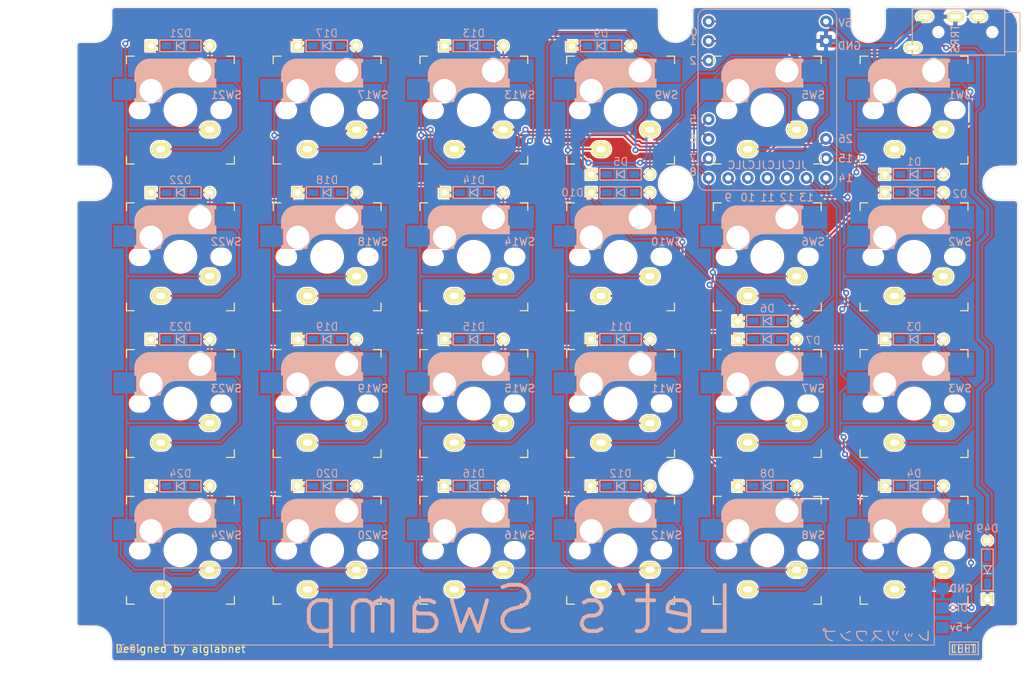
<source format=kicad_pcb>
(kicad_pcb (version 20171130) (host pcbnew "(5.1.12)-1")
  (layers (0 F.Cu signal) (31 B.Cu signal) (34 B.Paste user) (35 F.Paste user) (36 B.SilkS user) (37 F.SilkS user) (38 B.Mask user) (39 F.Mask user) (44 Edge.Cuts user))
  (net 0 "")
  (net 1 "Net-(D1-Pad2)")
  (net 2 ROW0)
  (net 3 "Net-(D2-Pad2)")
  (net 4 ROW1)
  (net 5 "Net-(D3-Pad2)")
  (net 6 ROW2)
  (net 7 "Net-(D4-Pad2)")
  (net 8 ROW3)
  (net 9 "Net-(D5-Pad2)")
  (net 10 "Net-(D6-Pad2)")
  (net 11 "Net-(D7-Pad2)")
  (net 12 "Net-(D8-Pad2)")
  (net 13 "Net-(D9-Pad2)")
  (net 14 "Net-(D10-Pad2)")
  (net 15 "Net-(D11-Pad2)")
  (net 16 "Net-(D12-Pad2)")
  (net 17 "Net-(D13-Pad2)")
  (net 18 "Net-(D14-Pad2)")
  (net 19 "Net-(D15-Pad2)")
  (net 20 "Net-(D16-Pad2)")
  (net 21 "Net-(D17-Pad2)")
  (net 22 "Net-(D18-Pad2)")
  (net 23 "Net-(D19-Pad2)")
  (net 24 "Net-(D20-Pad2)")
  (net 25 "Net-(D21-Pad2)")
  (net 26 "Net-(D22-Pad2)")
  (net 27 "Net-(D23-Pad2)")
  (net 28 "Net-(D24-Pad2)")
  (net 29 GND)
  (net 30 DATA)
  (net 31 "Net-(J1-PadA)")
  (net 32 VCC)
  (net 33 LED)
  (net 34 COL0)
  (net 35 COL1)
  (net 36 COL2)
  (net 37 COL3)
  (net 38 COL4)
  (net 39 COL5)
  (net 40 "Net-(U1-Pad11)")
  (net 41 "Net-(U1-Pad12)")
  (net 42 "Net-(U1-Pad13)")
  (net 43 "Net-(D25-Pad1)")
  (module footprints:Diode_TH_SMD (layer F.Cu) (at 57.15 10.715624)
    (fp_text reference D10 (at -6.250824 -0.000008) (layer B.SilkS) (effects (font (thickness 0.125)) (justify mirror)))
    (fp_text value D hide)
    (pad 2 smd rect (at 1.775 0) (size 1.3 0.95) (layers B.Cu B.Paste B.Mask) (net 14 "Net-(D10-Pad2)"))
    (pad 1 smd rect (at -1.775 0) (size 1.3 0.95) (layers B.Cu B.Paste B.Mask) (net 4 ROW1))
    (pad 1 thru_hole rect (at -3.81 0) (size 1.397 1.397) (drill 0.8128) (layers *.Cu *.Mask F.SilkS) (net 4 ROW1))
    (pad 2 thru_hole circle (at 3.81 0) (size 1.397 1.397) (drill 0.8128) (layers *.Cu *.Mask F.SilkS) (net 14 "Net-(D10-Pad2)"))
  )
  (module footprints:Diode_TH_SMD (layer F.Cu) (at 54.61 -8.334376)
    (fp_text reference D9 (at 0 -1.63) (layer B.SilkS) (effects (font (thickness 0.125)) (justify mirror)))
    (fp_text value D hide)
    (pad 2 smd rect (at 1.775 0) (size 1.3 0.95) (layers B.Cu B.Paste B.Mask) (net 13 "Net-(D9-Pad2)"))
    (pad 1 smd rect (at -1.775 0) (size 1.3 0.95) (layers B.Cu B.Paste B.Mask) (net 2 ROW0))
    (pad 1 thru_hole rect (at -3.81 0) (size 1.397 1.397) (drill 0.8128) (layers *.Cu *.Mask F.SilkS) (net 2 ROW0))
    (pad 2 thru_hole circle (at 3.81 0) (size 1.397 1.397) (drill 0.8128) (layers *.Cu *.Mask F.SilkS) (net 13 "Net-(D9-Pad2)"))
  )
  (module footprints:Diode_TH_SMD (layer F.Cu) (at 76.2 48.815624)
    (fp_text reference D8 (at 0 -1.63) (layer B.SilkS) (effects (font (thickness 0.125)) (justify mirror)))
    (fp_text value D hide)
    (pad 2 smd rect (at 1.775 0) (size 1.3 0.95) (layers B.Cu B.Paste B.Mask) (net 12 "Net-(D8-Pad2)"))
    (pad 1 smd rect (at -1.775 0) (size 1.3 0.95) (layers B.Cu B.Paste B.Mask) (net 8 ROW3))
    (pad 1 thru_hole rect (at -3.81 0) (size 1.397 1.397) (drill 0.8128) (layers *.Cu *.Mask F.SilkS) (net 8 ROW3))
    (pad 2 thru_hole circle (at 3.81 0) (size 1.397 1.397) (drill 0.8128) (layers *.Cu *.Mask F.SilkS) (net 12 "Net-(D8-Pad2)"))
  )
  (module footprints:Diode_TH_SMD (layer F.Cu) (at 76.2 29.765624)
    (fp_text reference D7 (at 5.953125 0.155938) (layer B.SilkS) (effects (font (thickness 0.125)) (justify mirror)))
    (fp_text value D hide)
    (pad 2 smd rect (at 1.775 0) (size 1.3 0.95) (layers B.Cu B.Paste B.Mask) (net 11 "Net-(D7-Pad2)"))
    (pad 1 smd rect (at -1.775 0) (size 1.3 0.95) (layers B.Cu B.Paste B.Mask) (net 6 ROW2))
    (pad 1 thru_hole rect (at -3.81 0) (size 1.397 1.397) (drill 0.8128) (layers *.Cu *.Mask F.SilkS) (net 6 ROW2))
    (pad 2 thru_hole circle (at 3.81 0) (size 1.397 1.397) (drill 0.8128) (layers *.Cu *.Mask F.SilkS) (net 11 "Net-(D7-Pad2)"))
  )
  (module footprints:Diode_TH_SMD (layer F.Cu) (at 76.2 27.384376)
    (fp_text reference D6 (at 0 -1.63) (layer B.SilkS) (effects (font (thickness 0.125)) (justify mirror)))
    (fp_text value D hide)
    (pad 2 smd rect (at 1.775 0) (size 1.3 0.95) (layers B.Cu B.Paste B.Mask) (net 10 "Net-(D6-Pad2)"))
    (pad 1 smd rect (at -1.775 0) (size 1.3 0.95) (layers B.Cu B.Paste B.Mask) (net 4 ROW1))
    (pad 1 thru_hole rect (at -3.81 0) (size 1.397 1.397) (drill 0.8128) (layers *.Cu *.Mask F.SilkS) (net 4 ROW1))
    (pad 2 thru_hole circle (at 3.81 0) (size 1.397 1.397) (drill 0.8128) (layers *.Cu *.Mask F.SilkS) (net 10 "Net-(D6-Pad2)"))
  )
  (module footprints:Diode_TH_SMD (layer F.Cu) (at 57.149952 8.334376)
    (fp_text reference D5 (at 0.000048 -1.63) (layer B.SilkS) (effects (font (thickness 0.125)) (justify mirror)))
    (fp_text value D hide)
    (pad 2 smd rect (at 1.775 0) (size 1.3 0.95) (layers B.Cu B.Paste B.Mask) (net 9 "Net-(D5-Pad2)"))
    (pad 1 smd rect (at -1.775 0) (size 1.3 0.95) (layers B.Cu B.Paste B.Mask) (net 2 ROW0))
    (pad 1 thru_hole rect (at -3.81 0) (size 1.397 1.397) (drill 0.8128) (layers *.Cu *.Mask F.SilkS) (net 2 ROW0))
    (pad 2 thru_hole circle (at 3.81 0) (size 1.397 1.397) (drill 0.8128) (layers *.Cu *.Mask F.SilkS) (net 9 "Net-(D5-Pad2)"))
  )
  (module footprints:Diode_TH_SMD (layer F.Cu) (at 95.25 48.815624)
    (fp_text reference D4 (at 0 -1.63) (layer B.SilkS) (effects (font (thickness 0.125)) (justify mirror)))
    (fp_text value D hide)
    (pad 2 smd rect (at 1.775 0) (size 1.3 0.95) (layers B.Cu B.Paste B.Mask) (net 7 "Net-(D4-Pad2)"))
    (pad 1 smd rect (at -1.775 0) (size 1.3 0.95) (layers B.Cu B.Paste B.Mask) (net 8 ROW3))
    (pad 1 thru_hole rect (at -3.81 0) (size 1.397 1.397) (drill 0.8128) (layers *.Cu *.Mask F.SilkS) (net 8 ROW3))
    (pad 2 thru_hole circle (at 3.81 0) (size 1.397 1.397) (drill 0.8128) (layers *.Cu *.Mask F.SilkS) (net 7 "Net-(D4-Pad2)"))
  )
  (module footprints:Diode_TH_SMD (layer F.Cu) (at 95.25 29.765624)
    (fp_text reference D3 (at 0 -1.63) (layer B.SilkS) (effects (font (thickness 0.125)) (justify mirror)))
    (fp_text value D hide)
    (pad 2 smd rect (at 1.775 0) (size 1.3 0.95) (layers B.Cu B.Paste B.Mask) (net 5 "Net-(D3-Pad2)"))
    (pad 1 smd rect (at -1.775 0) (size 1.3 0.95) (layers B.Cu B.Paste B.Mask) (net 6 ROW2))
    (pad 1 thru_hole rect (at -3.81 0) (size 1.397 1.397) (drill 0.8128) (layers *.Cu *.Mask F.SilkS) (net 6 ROW2))
    (pad 2 thru_hole circle (at 3.81 0) (size 1.397 1.397) (drill 0.8128) (layers *.Cu *.Mask F.SilkS) (net 5 "Net-(D3-Pad2)"))
  )
  (module footprints:Diode_TH_SMD (layer F.Cu) (at 95.25 10.715624)
    (fp_text reference D2 (at 5.953125 0.155938) (layer B.SilkS) (effects (font (thickness 0.125)) (justify mirror)))
    (fp_text value D hide)
    (pad 2 smd rect (at 1.775 0) (size 1.3 0.95) (layers B.Cu B.Paste B.Mask) (net 3 "Net-(D2-Pad2)"))
    (pad 1 smd rect (at -1.775 0) (size 1.3 0.95) (layers B.Cu B.Paste B.Mask) (net 4 ROW1))
    (pad 1 thru_hole rect (at -3.81 0) (size 1.397 1.397) (drill 0.8128) (layers *.Cu *.Mask F.SilkS) (net 4 ROW1))
    (pad 2 thru_hole circle (at 3.81 0) (size 1.397 1.397) (drill 0.8128) (layers *.Cu *.Mask F.SilkS) (net 3 "Net-(D2-Pad2)"))
  )
  (module footprints:Diode_TH_SMD (layer F.Cu) (at 95.25 8.334376)
    (fp_text reference D1 (at 0 -1.63) (layer B.SilkS) (effects (font (thickness 0.125)) (justify mirror)))
    (fp_text value D hide)
    (pad 2 smd rect (at 1.775 0) (size 1.3 0.95) (layers B.Cu B.Paste B.Mask) (net 1 "Net-(D1-Pad2)"))
    (pad 1 smd rect (at -1.775 0) (size 1.3 0.95) (layers B.Cu B.Paste B.Mask) (net 2 ROW0))
    (pad 1 thru_hole rect (at -3.81 0) (size 1.397 1.397) (drill 0.8128) (layers *.Cu *.Mask F.SilkS) (net 2 ROW0))
    (pad 2 thru_hole circle (at 3.81 0) (size 1.397 1.397) (drill 0.8128) (layers *.Cu *.Mask F.SilkS) (net 1 "Net-(D1-Pad2)"))
  )
  (module footprints:Diode_TH_SMD (layer F.Cu) (at 104.774912 59.680028 90)
    (fp_text reference D49 (at 5.357808 0 180) (layer B.SilkS) (effects (font (thickness 0.125)) (justify mirror)))
    (fp_text value D hide)
    (pad 2 smd rect (at 1.775 0 90) (size 1.3 0.95) (layers B.Cu B.Paste B.Mask) (net 32 VCC))
    (pad 1 smd rect (at -1.775 0 90) (size 1.3 0.95) (layers B.Cu B.Paste B.Mask) (net 43 "Net-(D25-Pad1)"))
    (pad 1 thru_hole rect (at -3.81 0 90) (size 1.397 1.397) (drill 0.8128) (layers *.Cu *.Mask F.SilkS) (net 43 "Net-(D25-Pad1)"))
    (pad 2 thru_hole circle (at 3.81 0 90) (size 1.397 1.397) (drill 0.8128) (layers *.Cu *.Mask F.SilkS) (net 32 VCC))
  )
  (module footprints:Diode_TH_SMD (layer F.Cu) (at 0 48.815624)
    (fp_text reference D24 (at 0 -1.63) (layer B.SilkS) (effects (font (thickness 0.125)) (justify mirror)))
    (fp_text value D hide)
    (pad 2 smd rect (at 1.775 0) (size 1.3 0.95) (layers B.Cu B.Paste B.Mask) (net 28 "Net-(D24-Pad2)"))
    (pad 1 smd rect (at -1.775 0) (size 1.3 0.95) (layers B.Cu B.Paste B.Mask) (net 8 ROW3))
    (pad 1 thru_hole rect (at -3.81 0) (size 1.397 1.397) (drill 0.8128) (layers *.Cu *.Mask F.SilkS) (net 8 ROW3))
    (pad 2 thru_hole circle (at 3.81 0) (size 1.397 1.397) (drill 0.8128) (layers *.Cu *.Mask F.SilkS) (net 28 "Net-(D24-Pad2)"))
  )
  (module footprints:Diode_TH_SMD (layer F.Cu) (at 0 29.765624)
    (fp_text reference D23 (at 0 -1.63) (layer B.SilkS) (effects (font (thickness 0.125)) (justify mirror)))
    (fp_text value D hide)
    (pad 2 smd rect (at 1.775 0) (size 1.3 0.95) (layers B.Cu B.Paste B.Mask) (net 27 "Net-(D23-Pad2)"))
    (pad 1 smd rect (at -1.775 0) (size 1.3 0.95) (layers B.Cu B.Paste B.Mask) (net 6 ROW2))
    (pad 1 thru_hole rect (at -3.81 0) (size 1.397 1.397) (drill 0.8128) (layers *.Cu *.Mask F.SilkS) (net 6 ROW2))
    (pad 2 thru_hole circle (at 3.81 0) (size 1.397 1.397) (drill 0.8128) (layers *.Cu *.Mask F.SilkS) (net 27 "Net-(D23-Pad2)"))
  )
  (module footprints:Diode_TH_SMD (layer F.Cu) (at 0 10.715624)
    (fp_text reference D22 (at 0 -1.63) (layer B.SilkS) (effects (font (thickness 0.125)) (justify mirror)))
    (fp_text value D hide)
    (pad 2 smd rect (at 1.775 0) (size 1.3 0.95) (layers B.Cu B.Paste B.Mask) (net 26 "Net-(D22-Pad2)"))
    (pad 1 smd rect (at -1.775 0) (size 1.3 0.95) (layers B.Cu B.Paste B.Mask) (net 4 ROW1))
    (pad 1 thru_hole rect (at -3.81 0) (size 1.397 1.397) (drill 0.8128) (layers *.Cu *.Mask F.SilkS) (net 4 ROW1))
    (pad 2 thru_hole circle (at 3.81 0) (size 1.397 1.397) (drill 0.8128) (layers *.Cu *.Mask F.SilkS) (net 26 "Net-(D22-Pad2)"))
  )
  (module footprints:Diode_TH_SMD (layer F.Cu) (at 0 -8.334376)
    (fp_text reference D21 (at 0 -1.63) (layer B.SilkS) (effects (font (thickness 0.125)) (justify mirror)))
    (fp_text value D hide)
    (pad 2 smd rect (at 1.775 0) (size 1.3 0.95) (layers B.Cu B.Paste B.Mask) (net 25 "Net-(D21-Pad2)"))
    (pad 1 smd rect (at -1.775 0) (size 1.3 0.95) (layers B.Cu B.Paste B.Mask) (net 2 ROW0))
    (pad 1 thru_hole rect (at -3.81 0) (size 1.397 1.397) (drill 0.8128) (layers *.Cu *.Mask F.SilkS) (net 2 ROW0))
    (pad 2 thru_hole circle (at 3.81 0) (size 1.397 1.397) (drill 0.8128) (layers *.Cu *.Mask F.SilkS) (net 25 "Net-(D21-Pad2)"))
  )
  (module footprints:Diode_TH_SMD (layer F.Cu) (at 19.05 48.815624)
    (fp_text reference D20 (at 0 -1.63) (layer B.SilkS) (effects (font (thickness 0.125)) (justify mirror)))
    (fp_text value D hide)
    (pad 2 smd rect (at 1.775 0) (size 1.3 0.95) (layers B.Cu B.Paste B.Mask) (net 24 "Net-(D20-Pad2)"))
    (pad 1 smd rect (at -1.775 0) (size 1.3 0.95) (layers B.Cu B.Paste B.Mask) (net 8 ROW3))
    (pad 1 thru_hole rect (at -3.81 0) (size 1.397 1.397) (drill 0.8128) (layers *.Cu *.Mask F.SilkS) (net 8 ROW3))
    (pad 2 thru_hole circle (at 3.81 0) (size 1.397 1.397) (drill 0.8128) (layers *.Cu *.Mask F.SilkS) (net 24 "Net-(D20-Pad2)"))
  )
  (module footprints:Diode_TH_SMD (layer F.Cu) (at 19.05 29.765624)
    (fp_text reference D19 (at 0 -1.63) (layer B.SilkS) (effects (font (thickness 0.125)) (justify mirror)))
    (fp_text value D hide)
    (pad 2 smd rect (at 1.775 0) (size 1.3 0.95) (layers B.Cu B.Paste B.Mask) (net 23 "Net-(D19-Pad2)"))
    (pad 1 smd rect (at -1.775 0) (size 1.3 0.95) (layers B.Cu B.Paste B.Mask) (net 6 ROW2))
    (pad 1 thru_hole rect (at -3.81 0) (size 1.397 1.397) (drill 0.8128) (layers *.Cu *.Mask F.SilkS) (net 6 ROW2))
    (pad 2 thru_hole circle (at 3.81 0) (size 1.397 1.397) (drill 0.8128) (layers *.Cu *.Mask F.SilkS) (net 23 "Net-(D19-Pad2)"))
  )
  (module footprints:Diode_TH_SMD (layer F.Cu) (at 19.05 10.715624)
    (fp_text reference D18 (at 0 -1.63) (layer B.SilkS) (effects (font (thickness 0.125)) (justify mirror)))
    (fp_text value D hide)
    (pad 2 smd rect (at 1.775 0) (size 1.3 0.95) (layers B.Cu B.Paste B.Mask) (net 22 "Net-(D18-Pad2)"))
    (pad 1 smd rect (at -1.775 0) (size 1.3 0.95) (layers B.Cu B.Paste B.Mask) (net 4 ROW1))
    (pad 1 thru_hole rect (at -3.81 0) (size 1.397 1.397) (drill 0.8128) (layers *.Cu *.Mask F.SilkS) (net 4 ROW1))
    (pad 2 thru_hole circle (at 3.81 0) (size 1.397 1.397) (drill 0.8128) (layers *.Cu *.Mask F.SilkS) (net 22 "Net-(D18-Pad2)"))
  )
  (module footprints:Diode_TH_SMD (layer F.Cu) (at 19 -8.334376)
    (fp_text reference D17 (at 0 -1.63) (layer B.SilkS) (effects (font (thickness 0.125)) (justify mirror)))
    (fp_text value D hide)
    (pad 2 smd rect (at 1.775 0) (size 1.3 0.95) (layers B.Cu B.Paste B.Mask) (net 21 "Net-(D17-Pad2)"))
    (pad 1 smd rect (at -1.775 0) (size 1.3 0.95) (layers B.Cu B.Paste B.Mask) (net 2 ROW0))
    (pad 1 thru_hole rect (at -3.81 0) (size 1.397 1.397) (drill 0.8128) (layers *.Cu *.Mask F.SilkS) (net 2 ROW0))
    (pad 2 thru_hole circle (at 3.81 0) (size 1.397 1.397) (drill 0.8128) (layers *.Cu *.Mask F.SilkS) (net 21 "Net-(D17-Pad2)"))
  )
  (module footprints:Diode_TH_SMD (layer F.Cu) (at 38.1 48.815624)
    (fp_text reference D16 (at 0 -1.63) (layer B.SilkS) (effects (font (thickness 0.125)) (justify mirror)))
    (fp_text value D hide)
    (pad 2 smd rect (at 1.775 0) (size 1.3 0.95) (layers B.Cu B.Paste B.Mask) (net 20 "Net-(D16-Pad2)"))
    (pad 1 smd rect (at -1.775 0) (size 1.3 0.95) (layers B.Cu B.Paste B.Mask) (net 8 ROW3))
    (pad 1 thru_hole rect (at -3.81 0) (size 1.397 1.397) (drill 0.8128) (layers *.Cu *.Mask F.SilkS) (net 8 ROW3))
    (pad 2 thru_hole circle (at 3.81 0) (size 1.397 1.397) (drill 0.8128) (layers *.Cu *.Mask F.SilkS) (net 20 "Net-(D16-Pad2)"))
  )
  (module footprints:Diode_TH_SMD (layer F.Cu) (at 38.1 29.765624)
    (fp_text reference D15 (at 0 -1.63) (layer B.SilkS) (effects (font (thickness 0.125)) (justify mirror)))
    (fp_text value D hide)
    (pad 2 smd rect (at 1.775 0) (size 1.3 0.95) (layers B.Cu B.Paste B.Mask) (net 19 "Net-(D15-Pad2)"))
    (pad 1 smd rect (at -1.775 0) (size 1.3 0.95) (layers B.Cu B.Paste B.Mask) (net 6 ROW2))
    (pad 1 thru_hole rect (at -3.81 0) (size 1.397 1.397) (drill 0.8128) (layers *.Cu *.Mask F.SilkS) (net 6 ROW2))
    (pad 2 thru_hole circle (at 3.81 0) (size 1.397 1.397) (drill 0.8128) (layers *.Cu *.Mask F.SilkS) (net 19 "Net-(D15-Pad2)"))
  )
  (module footprints:Diode_TH_SMD (layer F.Cu) (at 38.1 10.715624)
    (fp_text reference D14 (at 0 -1.63) (layer B.SilkS) (effects (font (thickness 0.125)) (justify mirror)))
    (fp_text value D hide)
    (pad 2 smd rect (at 1.775 0) (size 1.3 0.95) (layers B.Cu B.Paste B.Mask) (net 18 "Net-(D14-Pad2)"))
    (pad 1 smd rect (at -1.775 0) (size 1.3 0.95) (layers B.Cu B.Paste B.Mask) (net 4 ROW1))
    (pad 1 thru_hole rect (at -3.81 0) (size 1.397 1.397) (drill 0.8128) (layers *.Cu *.Mask F.SilkS) (net 4 ROW1))
    (pad 2 thru_hole circle (at 3.81 0) (size 1.397 1.397) (drill 0.8128) (layers *.Cu *.Mask F.SilkS) (net 18 "Net-(D14-Pad2)"))
  )
  (module footprints:Diode_TH_SMD (layer F.Cu) (at 38.1 -8.334376)
    (fp_text reference D13 (at 0 -1.63) (layer B.SilkS) (effects (font (thickness 0.125)) (justify mirror)))
    (fp_text value D hide)
    (pad 2 smd rect (at 1.775 0) (size 1.3 0.95) (layers B.Cu B.Paste B.Mask) (net 17 "Net-(D13-Pad2)"))
    (pad 1 smd rect (at -1.775 0) (size 1.3 0.95) (layers B.Cu B.Paste B.Mask) (net 2 ROW0))
    (pad 1 thru_hole rect (at -3.81 0) (size 1.397 1.397) (drill 0.8128) (layers *.Cu *.Mask F.SilkS) (net 2 ROW0))
    (pad 2 thru_hole circle (at 3.81 0) (size 1.397 1.397) (drill 0.8128) (layers *.Cu *.Mask F.SilkS) (net 17 "Net-(D13-Pad2)"))
  )
  (module footprints:Diode_TH_SMD (layer F.Cu) (at 57.15 48.815624)
    (fp_text reference D12 (at 0 -1.63) (layer B.SilkS) (effects (font (thickness 0.125)) (justify mirror)))
    (fp_text value D hide)
    (pad 2 smd rect (at 1.775 0) (size 1.3 0.95) (layers B.Cu B.Paste B.Mask) (net 16 "Net-(D12-Pad2)"))
    (pad 1 smd rect (at -1.775 0) (size 1.3 0.95) (layers B.Cu B.Paste B.Mask) (net 8 ROW3))
    (pad 1 thru_hole rect (at -3.81 0) (size 1.397 1.397) (drill 0.8128) (layers *.Cu *.Mask F.SilkS) (net 8 ROW3))
    (pad 2 thru_hole circle (at 3.81 0) (size 1.397 1.397) (drill 0.8128) (layers *.Cu *.Mask F.SilkS) (net 16 "Net-(D12-Pad2)"))
  )
  (module footprints:Diode_TH_SMD (layer F.Cu) (at 57.15 29.765624)
    (fp_text reference D11 (at 0 -1.63) (layer B.SilkS) (effects (font (thickness 0.125)) (justify mirror)))
    (fp_text value D hide)
    (pad 2 smd rect (at 1.775 0) (size 1.3 0.95) (layers B.Cu B.Paste B.Mask) (net 15 "Net-(D11-Pad2)"))
    (pad 1 smd rect (at -1.775 0) (size 1.3 0.95) (layers B.Cu B.Paste B.Mask) (net 6 ROW2))
    (pad 1 thru_hole rect (at -3.81 0) (size 1.397 1.397) (drill 0.8128) (layers *.Cu *.Mask F.SilkS) (net 6 ROW2))
    (pad 2 thru_hole circle (at 3.81 0) (size 1.397 1.397) (drill 0.8128) (layers *.Cu *.Mask F.SilkS) (net 15 "Net-(D11-Pad2)"))
  )
  (module footprints:let's-swamp-kana-14.4x2.3 (layer B.Cu) (at 90.3 68.1 180)
    (fp_text reference G*** hide)
    (fp_text value LOGO hide)
  )
  (module footprints:LED_Tape (layer B.Cu) (at 98.821958 64.616007 270)
    (fp_text reference J2 hide)
    (fp_text value Conn_01x03 hide)
    (fp_text user GND (at -2.501108 -2.52991 180) (layer B.SilkS) (effects (justify mirror)))
    (fp_text user Din (at -0.024655 -2.232254 180) (layer B.SilkS) (effects (justify mirror)))
    (fp_text user +5v (at 2.501108 -2.52991 180) (layer B.SilkS) (effects (justify mirror)))
    (pad 1 smd rect (at -2.501108 -0.110277 180) (size 1.651 1.524) (layers B.Cu B.Paste B.Mask) (net 29 GND))
    (pad 2 smd rect (at 0.038892 -0.110277 180) (size 1.651 1.524) (layers B.Cu B.Paste B.Mask) (net 33 LED))
    (pad 3 smd rect (at 2.578892 -0.110277 180) (size 1.651 1.524) (layers B.Cu B.Paste B.Mask) (net 43 "Net-(D25-Pad1)"))
  )
  (module footprints:TRRS_MJ-4PP-9 (layer F.Cu) (at 100.905384 -10.120304 270)
    (fp_text reference J1)
    (fp_text value MJ-4PP-9 hide)
    (fp_text user TRRS (at 0.90575 0.3 90) (layer B.SilkS) (effects (justify mirror)))
    (pad "" np_thru_hole circle (at 0 2.5 270) (size 1.21 1.21) (drill 1.2) (layers *.Cu *.Mask F.SilkS))
    (pad "" np_thru_hole circle (at 0 -4.5 270) (size 1.21 1.21) (drill 1.2) (layers *.Cu *.Mask F.SilkS))
    (pad D thru_hole oval (at -2 4.3 270) (size 1.3 2.2) (drill oval 0.6 1.5) (layers *.Cu *.Mask F.SilkS) (net 32 VCC) (clearance 0.15))
    (pad A thru_hole oval (at 2 5.8 270) (size 1.3 2.2) (drill oval 0.6 1.5) (layers *.Cu *.Mask F.SilkS) (net 31 "Net-(J1-PadA)") (clearance 0.15))
    (pad B thru_hole oval (at -2 -2.7 270) (size 1.3 2.2) (drill oval 0.6 1.5) (layers *.Cu *.Mask F.SilkS) (net 30 DATA))
    (pad C thru_hole oval (at -2 0.3 270) (size 1.3 2.2) (drill oval 0.6 1.5) (layers *.Cu *.Mask F.SilkS) (net 29 GND))
  )
  (module footprints:CherryMX_HotswapAndSolder_1u (layer F.Cu) (at 95.25 0)
    (fp_text reference SW1 (at 5.953125 -1.953125) (layer B.SilkS) (effects (justify mirror)))
    (fp_text value SW_Push hide)
    (pad 1 smd rect (at -6.8 -2.68 180) (size 2.9 2.8) (drill (offset 0.45 0)) (layers B.Cu B.Paste B.Mask) (net 34 COL0))
    (pad "" np_thru_hole circle (at -3.81 -2.54 180) (size 3 3) (drill 3) (layers *.Cu *.Mask))
    (pad "" np_thru_hole circle (at 2.54 -5.08 180) (size 3 3) (drill 3) (layers *.Cu *.Mask))
    (pad "" np_thru_hole oval (at 5.29 0) (size 2.42 2) (drill oval 2.42 2) (layers *.Cu *.Mask))
    (pad "" np_thru_hole oval (at -5.29 0) (size 2.42 2) (drill oval 2.42 2) (layers *.Cu *.Mask))
    (pad 2 smd rect (at 5.7 -5.12 180) (size 3.3 3) (drill (offset -0.45 0)) (layers B.Cu B.Paste B.Mask) (net 1 "Net-(D1-Pad2)"))
    (pad "" np_thru_hole circle (at 0 0 90) (size 4 4) (drill 4) (layers *.Cu *.Mask))
    (pad 1 thru_hole oval (at 3.81 2.54) (size 2.5 2) (drill oval 1.2 0.8) (layers *.Cu F.SilkS B.Mask) (net 34 COL0))
    (pad 2 thru_hole oval (at -2.54 5.08) (size 2.5 2) (drill oval 1.2 0.8) (layers *.Cu F.SilkS B.Mask) (net 1 "Net-(D1-Pad2)"))
  )
  (module footprints:CherryMX_HotswapAndSolder_1u (layer F.Cu) (at 95.25 57.15)
    (fp_text reference SW4 (at 5.953125 -1.953125) (layer B.SilkS) (effects (justify mirror)))
    (fp_text value SW_Push hide)
    (pad 1 smd rect (at -6.8 -2.68 180) (size 2.9 2.8) (drill (offset 0.45 0)) (layers B.Cu B.Paste B.Mask) (net 34 COL0))
    (pad "" np_thru_hole circle (at -3.81 -2.54 180) (size 3 3) (drill 3) (layers *.Cu *.Mask))
    (pad "" np_thru_hole circle (at 2.54 -5.08 180) (size 3 3) (drill 3) (layers *.Cu *.Mask))
    (pad "" np_thru_hole oval (at 5.29 0) (size 2.42 2) (drill oval 2.42 2) (layers *.Cu *.Mask))
    (pad "" np_thru_hole oval (at -5.29 0) (size 2.42 2) (drill oval 2.42 2) (layers *.Cu *.Mask))
    (pad 2 smd rect (at 5.7 -5.12 180) (size 3.3 3) (drill (offset -0.45 0)) (layers B.Cu B.Paste B.Mask) (net 7 "Net-(D4-Pad2)"))
    (pad "" np_thru_hole circle (at 0 0 90) (size 4 4) (drill 4) (layers *.Cu *.Mask))
    (pad 1 thru_hole oval (at 3.81 2.54) (size 2.5 2) (drill oval 1.2 0.8) (layers *.Cu F.SilkS B.Mask) (net 34 COL0))
    (pad 2 thru_hole oval (at -2.54 5.08) (size 2.5 2) (drill oval 1.2 0.8) (layers *.Cu F.SilkS B.Mask) (net 7 "Net-(D4-Pad2)"))
  )
  (module footprints:CherryMX_HotswapAndSolder_1u (layer F.Cu) (at 76.2 57.15)
    (fp_text reference SW8 (at 5.953125 -1.953125) (layer B.SilkS) (effects (justify mirror)))
    (fp_text value SW_Push hide)
    (pad 1 smd rect (at -6.8 -2.68 180) (size 2.9 2.8) (drill (offset 0.45 0)) (layers B.Cu B.Paste B.Mask) (net 35 COL1))
    (pad "" np_thru_hole circle (at -3.81 -2.54 180) (size 3 3) (drill 3) (layers *.Cu *.Mask))
    (pad "" np_thru_hole circle (at 2.54 -5.08 180) (size 3 3) (drill 3) (layers *.Cu *.Mask))
    (pad "" np_thru_hole oval (at 5.29 0) (size 2.42 2) (drill oval 2.42 2) (layers *.Cu *.Mask))
    (pad "" np_thru_hole oval (at -5.29 0) (size 2.42 2) (drill oval 2.42 2) (layers *.Cu *.Mask))
    (pad 2 smd rect (at 5.7 -5.12 180) (size 3.3 3) (drill (offset -0.45 0)) (layers B.Cu B.Paste B.Mask) (net 12 "Net-(D8-Pad2)"))
    (pad "" np_thru_hole circle (at 0 0 90) (size 4 4) (drill 4) (layers *.Cu *.Mask))
    (pad 1 thru_hole oval (at 3.81 2.54) (size 2.5 2) (drill oval 1.2 0.8) (layers *.Cu F.SilkS B.Mask) (net 35 COL1))
    (pad 2 thru_hole oval (at -2.54 5.08) (size 2.5 2) (drill oval 1.2 0.8) (layers *.Cu F.SilkS B.Mask) (net 12 "Net-(D8-Pad2)"))
  )
  (module footprints:CherryMX_HotswapAndSolder_1u (layer F.Cu) (at 57.15 57.15)
    (fp_text reference SW12 (at 5.953125 -1.953125) (layer B.SilkS) (effects (justify mirror)))
    (fp_text value SW_Push hide)
    (pad 1 smd rect (at -6.8 -2.68 180) (size 2.9 2.8) (drill (offset 0.45 0)) (layers B.Cu B.Paste B.Mask) (net 36 COL2))
    (pad "" np_thru_hole circle (at -3.81 -2.54 180) (size 3 3) (drill 3) (layers *.Cu *.Mask))
    (pad "" np_thru_hole circle (at 2.54 -5.08 180) (size 3 3) (drill 3) (layers *.Cu *.Mask))
    (pad "" np_thru_hole oval (at 5.29 0) (size 2.42 2) (drill oval 2.42 2) (layers *.Cu *.Mask))
    (pad "" np_thru_hole oval (at -5.29 0) (size 2.42 2) (drill oval 2.42 2) (layers *.Cu *.Mask))
    (pad 2 smd rect (at 5.7 -5.12 180) (size 3.3 3) (drill (offset -0.45 0)) (layers B.Cu B.Paste B.Mask) (net 16 "Net-(D12-Pad2)"))
    (pad "" np_thru_hole circle (at 0 0 90) (size 4 4) (drill 4) (layers *.Cu *.Mask))
    (pad 1 thru_hole oval (at 3.81 2.54) (size 2.5 2) (drill oval 1.2 0.8) (layers *.Cu F.SilkS B.Mask) (net 36 COL2))
    (pad 2 thru_hole oval (at -2.54 5.08) (size 2.5 2) (drill oval 1.2 0.8) (layers *.Cu F.SilkS B.Mask) (net 16 "Net-(D12-Pad2)"))
  )
  (module footprints:CherryMX_HotswapAndSolder_1u (layer F.Cu) (at 38.1 57.15)
    (fp_text reference SW16 (at 5.953125 -1.953125) (layer B.SilkS) (effects (justify mirror)))
    (fp_text value SW_Push hide)
    (pad 1 smd rect (at -6.8 -2.68 180) (size 2.9 2.8) (drill (offset 0.45 0)) (layers B.Cu B.Paste B.Mask) (net 37 COL3))
    (pad "" np_thru_hole circle (at -3.81 -2.54 180) (size 3 3) (drill 3) (layers *.Cu *.Mask))
    (pad "" np_thru_hole circle (at 2.54 -5.08 180) (size 3 3) (drill 3) (layers *.Cu *.Mask))
    (pad "" np_thru_hole oval (at 5.29 0) (size 2.42 2) (drill oval 2.42 2) (layers *.Cu *.Mask))
    (pad "" np_thru_hole oval (at -5.29 0) (size 2.42 2) (drill oval 2.42 2) (layers *.Cu *.Mask))
    (pad 2 smd rect (at 5.7 -5.12 180) (size 3.3 3) (drill (offset -0.45 0)) (layers B.Cu B.Paste B.Mask) (net 20 "Net-(D16-Pad2)"))
    (pad "" np_thru_hole circle (at 0 0 90) (size 4 4) (drill 4) (layers *.Cu *.Mask))
    (pad 1 thru_hole oval (at 3.81 2.54) (size 2.5 2) (drill oval 1.2 0.8) (layers *.Cu F.SilkS B.Mask) (net 37 COL3))
    (pad 2 thru_hole oval (at -2.54 5.08) (size 2.5 2) (drill oval 1.2 0.8) (layers *.Cu F.SilkS B.Mask) (net 20 "Net-(D16-Pad2)"))
  )
  (module footprints:CherryMX_HotswapAndSolder_1u (layer F.Cu) (at 19.05 57.15)
    (fp_text reference SW20 (at 5.953125 -1.953125) (layer B.SilkS) (effects (justify mirror)))
    (fp_text value SW_Push hide)
    (pad 1 smd rect (at -6.8 -2.68 180) (size 2.9 2.8) (drill (offset 0.45 0)) (layers B.Cu B.Paste B.Mask) (net 38 COL4))
    (pad "" np_thru_hole circle (at -3.81 -2.54 180) (size 3 3) (drill 3) (layers *.Cu *.Mask))
    (pad "" np_thru_hole circle (at 2.54 -5.08 180) (size 3 3) (drill 3) (layers *.Cu *.Mask))
    (pad "" np_thru_hole oval (at 5.29 0) (size 2.42 2) (drill oval 2.42 2) (layers *.Cu *.Mask))
    (pad "" np_thru_hole oval (at -5.29 0) (size 2.42 2) (drill oval 2.42 2) (layers *.Cu *.Mask))
    (pad 2 smd rect (at 5.7 -5.12 180) (size 3.3 3) (drill (offset -0.45 0)) (layers B.Cu B.Paste B.Mask) (net 24 "Net-(D20-Pad2)"))
    (pad "" np_thru_hole circle (at 0 0 90) (size 4 4) (drill 4) (layers *.Cu *.Mask))
    (pad 1 thru_hole oval (at 3.81 2.54) (size 2.5 2) (drill oval 1.2 0.8) (layers *.Cu F.SilkS B.Mask) (net 38 COL4))
    (pad 2 thru_hole oval (at -2.54 5.08) (size 2.5 2) (drill oval 1.2 0.8) (layers *.Cu F.SilkS B.Mask) (net 24 "Net-(D20-Pad2)"))
  )
  (module footprints:CherryMX_HotswapAndSolder_1u (layer F.Cu) (at 0 57.15)
    (fp_text reference SW24 (at 5.953125 -1.953125) (layer B.SilkS) (effects (justify mirror)))
    (fp_text value SW_Push hide)
    (pad 1 smd rect (at -6.8 -2.68 180) (size 2.9 2.8) (drill (offset 0.45 0)) (layers B.Cu B.Paste B.Mask) (net 39 COL5))
    (pad "" np_thru_hole circle (at -3.81 -2.54 180) (size 3 3) (drill 3) (layers *.Cu *.Mask))
    (pad "" np_thru_hole circle (at 2.54 -5.08 180) (size 3 3) (drill 3) (layers *.Cu *.Mask))
    (pad "" np_thru_hole oval (at 5.29 0) (size 2.42 2) (drill oval 2.42 2) (layers *.Cu *.Mask))
    (pad "" np_thru_hole oval (at -5.29 0) (size 2.42 2) (drill oval 2.42 2) (layers *.Cu *.Mask))
    (pad 2 smd rect (at 5.7 -5.12 180) (size 3.3 3) (drill (offset -0.45 0)) (layers B.Cu B.Paste B.Mask) (net 28 "Net-(D24-Pad2)"))
    (pad "" np_thru_hole circle (at 0 0 90) (size 4 4) (drill 4) (layers *.Cu *.Mask))
    (pad 1 thru_hole oval (at 3.81 2.54) (size 2.5 2) (drill oval 1.2 0.8) (layers *.Cu F.SilkS B.Mask) (net 39 COL5))
    (pad 2 thru_hole oval (at -2.54 5.08) (size 2.5 2) (drill oval 1.2 0.8) (layers *.Cu F.SilkS B.Mask) (net 28 "Net-(D24-Pad2)"))
  )
  (module footprints:CherryMX_HotswapAndSolder_1u (layer F.Cu) (at 95.25 38.1)
    (fp_text reference SW3 (at 5.953125 -1.953125) (layer B.SilkS) (effects (justify mirror)))
    (fp_text value SW_Push hide)
    (pad 1 smd rect (at -6.8 -2.68 180) (size 2.9 2.8) (drill (offset 0.45 0)) (layers B.Cu B.Paste B.Mask) (net 34 COL0))
    (pad "" np_thru_hole circle (at -3.81 -2.54 180) (size 3 3) (drill 3) (layers *.Cu *.Mask))
    (pad "" np_thru_hole circle (at 2.54 -5.08 180) (size 3 3) (drill 3) (layers *.Cu *.Mask))
    (pad "" np_thru_hole oval (at 5.29 0) (size 2.42 2) (drill oval 2.42 2) (layers *.Cu *.Mask))
    (pad "" np_thru_hole oval (at -5.29 0) (size 2.42 2) (drill oval 2.42 2) (layers *.Cu *.Mask))
    (pad 2 smd rect (at 5.7 -5.12 180) (size 3.3 3) (drill (offset -0.45 0)) (layers B.Cu B.Paste B.Mask) (net 5 "Net-(D3-Pad2)"))
    (pad "" np_thru_hole circle (at 0 0 90) (size 4 4) (drill 4) (layers *.Cu *.Mask))
    (pad 1 thru_hole oval (at 3.81 2.54) (size 2.5 2) (drill oval 1.2 0.8) (layers *.Cu F.SilkS B.Mask) (net 34 COL0))
    (pad 2 thru_hole oval (at -2.54 5.08) (size 2.5 2) (drill oval 1.2 0.8) (layers *.Cu F.SilkS B.Mask) (net 5 "Net-(D3-Pad2)"))
  )
  (module footprints:CherryMX_HotswapAndSolder_1u (layer F.Cu) (at 76.2 38.1)
    (fp_text reference SW7 (at 5.953125 -1.953125) (layer B.SilkS) (effects (justify mirror)))
    (fp_text value SW_Push hide)
    (pad 1 smd rect (at -6.8 -2.68 180) (size 2.9 2.8) (drill (offset 0.45 0)) (layers B.Cu B.Paste B.Mask) (net 35 COL1))
    (pad "" np_thru_hole circle (at -3.81 -2.54 180) (size 3 3) (drill 3) (layers *.Cu *.Mask))
    (pad "" np_thru_hole circle (at 2.54 -5.08 180) (size 3 3) (drill 3) (layers *.Cu *.Mask))
    (pad "" np_thru_hole oval (at 5.29 0) (size 2.42 2) (drill oval 2.42 2) (layers *.Cu *.Mask))
    (pad "" np_thru_hole oval (at -5.29 0) (size 2.42 2) (drill oval 2.42 2) (layers *.Cu *.Mask))
    (pad 2 smd rect (at 5.7 -5.12 180) (size 3.3 3) (drill (offset -0.45 0)) (layers B.Cu B.Paste B.Mask) (net 11 "Net-(D7-Pad2)"))
    (pad "" np_thru_hole circle (at 0 0 90) (size 4 4) (drill 4) (layers *.Cu *.Mask))
    (pad 1 thru_hole oval (at 3.81 2.54) (size 2.5 2) (drill oval 1.2 0.8) (layers *.Cu F.SilkS B.Mask) (net 35 COL1))
    (pad 2 thru_hole oval (at -2.54 5.08) (size 2.5 2) (drill oval 1.2 0.8) (layers *.Cu F.SilkS B.Mask) (net 11 "Net-(D7-Pad2)"))
  )
  (module footprints:CherryMX_HotswapAndSolder_1u (layer F.Cu) (at 57.15 38.1)
    (fp_text reference SW11 (at 5.953125 -1.953125) (layer B.SilkS) (effects (justify mirror)))
    (fp_text value SW_Push hide)
    (pad 1 smd rect (at -6.8 -2.68 180) (size 2.9 2.8) (drill (offset 0.45 0)) (layers B.Cu B.Paste B.Mask) (net 36 COL2))
    (pad "" np_thru_hole circle (at -3.81 -2.54 180) (size 3 3) (drill 3) (layers *.Cu *.Mask))
    (pad "" np_thru_hole circle (at 2.54 -5.08 180) (size 3 3) (drill 3) (layers *.Cu *.Mask))
    (pad "" np_thru_hole oval (at 5.29 0) (size 2.42 2) (drill oval 2.42 2) (layers *.Cu *.Mask))
    (pad "" np_thru_hole oval (at -5.29 0) (size 2.42 2) (drill oval 2.42 2) (layers *.Cu *.Mask))
    (pad 2 smd rect (at 5.7 -5.12 180) (size 3.3 3) (drill (offset -0.45 0)) (layers B.Cu B.Paste B.Mask) (net 15 "Net-(D11-Pad2)"))
    (pad "" np_thru_hole circle (at 0 0 90) (size 4 4) (drill 4) (layers *.Cu *.Mask))
    (pad 1 thru_hole oval (at 3.81 2.54) (size 2.5 2) (drill oval 1.2 0.8) (layers *.Cu F.SilkS B.Mask) (net 36 COL2))
    (pad 2 thru_hole oval (at -2.54 5.08) (size 2.5 2) (drill oval 1.2 0.8) (layers *.Cu F.SilkS B.Mask) (net 15 "Net-(D11-Pad2)"))
  )
  (module footprints:CherryMX_HotswapAndSolder_1u (layer F.Cu) (at 38.1 38.1)
    (fp_text reference SW15 (at 5.953125 -1.953125) (layer B.SilkS) (effects (justify mirror)))
    (fp_text value SW_Push hide)
    (pad 1 smd rect (at -6.8 -2.68 180) (size 2.9 2.8) (drill (offset 0.45 0)) (layers B.Cu B.Paste B.Mask) (net 37 COL3))
    (pad "" np_thru_hole circle (at -3.81 -2.54 180) (size 3 3) (drill 3) (layers *.Cu *.Mask))
    (pad "" np_thru_hole circle (at 2.54 -5.08 180) (size 3 3) (drill 3) (layers *.Cu *.Mask))
    (pad "" np_thru_hole oval (at 5.29 0) (size 2.42 2) (drill oval 2.42 2) (layers *.Cu *.Mask))
    (pad "" np_thru_hole oval (at -5.29 0) (size 2.42 2) (drill oval 2.42 2) (layers *.Cu *.Mask))
    (pad 2 smd rect (at 5.7 -5.12 180) (size 3.3 3) (drill (offset -0.45 0)) (layers B.Cu B.Paste B.Mask) (net 19 "Net-(D15-Pad2)"))
    (pad "" np_thru_hole circle (at 0 0 90) (size 4 4) (drill 4) (layers *.Cu *.Mask))
    (pad 1 thru_hole oval (at 3.81 2.54) (size 2.5 2) (drill oval 1.2 0.8) (layers *.Cu F.SilkS B.Mask) (net 37 COL3))
    (pad 2 thru_hole oval (at -2.54 5.08) (size 2.5 2) (drill oval 1.2 0.8) (layers *.Cu F.SilkS B.Mask) (net 19 "Net-(D15-Pad2)"))
  )
  (module footprints:CherryMX_HotswapAndSolder_1u (layer F.Cu) (at 19.05 38.1)
    (fp_text reference SW19 (at 5.953125 -1.953125) (layer B.SilkS) (effects (justify mirror)))
    (fp_text value SW_Push hide)
    (pad 1 smd rect (at -6.8 -2.68 180) (size 2.9 2.8) (drill (offset 0.45 0)) (layers B.Cu B.Paste B.Mask) (net 38 COL4))
    (pad "" np_thru_hole circle (at -3.81 -2.54 180) (size 3 3) (drill 3) (layers *.Cu *.Mask))
    (pad "" np_thru_hole circle (at 2.54 -5.08 180) (size 3 3) (drill 3) (layers *.Cu *.Mask))
    (pad "" np_thru_hole oval (at 5.29 0) (size 2.42 2) (drill oval 2.42 2) (layers *.Cu *.Mask))
    (pad "" np_thru_hole oval (at -5.29 0) (size 2.42 2) (drill oval 2.42 2) (layers *.Cu *.Mask))
    (pad 2 smd rect (at 5.7 -5.12 180) (size 3.3 3) (drill (offset -0.45 0)) (layers B.Cu B.Paste B.Mask) (net 23 "Net-(D19-Pad2)"))
    (pad "" np_thru_hole circle (at 0 0 90) (size 4 4) (drill 4) (layers *.Cu *.Mask))
    (pad 1 thru_hole oval (at 3.81 2.54) (size 2.5 2) (drill oval 1.2 0.8) (layers *.Cu F.SilkS B.Mask) (net 38 COL4))
    (pad 2 thru_hole oval (at -2.54 5.08) (size 2.5 2) (drill oval 1.2 0.8) (layers *.Cu F.SilkS B.Mask) (net 23 "Net-(D19-Pad2)"))
  )
  (module footprints:CherryMX_HotswapAndSolder_1u (layer F.Cu) (at 0 38.1)
    (fp_text reference SW23 (at 5.953125 -1.953125) (layer B.SilkS) (effects (justify mirror)))
    (fp_text value SW_Push hide)
    (pad 1 smd rect (at -6.8 -2.68 180) (size 2.9 2.8) (drill (offset 0.45 0)) (layers B.Cu B.Paste B.Mask) (net 39 COL5))
    (pad "" np_thru_hole circle (at -3.81 -2.54 180) (size 3 3) (drill 3) (layers *.Cu *.Mask))
    (pad "" np_thru_hole circle (at 2.54 -5.08 180) (size 3 3) (drill 3) (layers *.Cu *.Mask))
    (pad "" np_thru_hole oval (at 5.29 0) (size 2.42 2) (drill oval 2.42 2) (layers *.Cu *.Mask))
    (pad "" np_thru_hole oval (at -5.29 0) (size 2.42 2) (drill oval 2.42 2) (layers *.Cu *.Mask))
    (pad 2 smd rect (at 5.7 -5.12 180) (size 3.3 3) (drill (offset -0.45 0)) (layers B.Cu B.Paste B.Mask) (net 27 "Net-(D23-Pad2)"))
    (pad "" np_thru_hole circle (at 0 0 90) (size 4 4) (drill 4) (layers *.Cu *.Mask))
    (pad 1 thru_hole oval (at 3.81 2.54) (size 2.5 2) (drill oval 1.2 0.8) (layers *.Cu F.SilkS B.Mask) (net 39 COL5))
    (pad 2 thru_hole oval (at -2.54 5.08) (size 2.5 2) (drill oval 1.2 0.8) (layers *.Cu F.SilkS B.Mask) (net 27 "Net-(D23-Pad2)"))
  )
  (module footprints:CherryMX_HotswapAndSolder_1u (layer F.Cu) (at 95.25 19.05)
    (fp_text reference SW2 (at 5.953125 -1.953125) (layer B.SilkS) (effects (justify mirror)))
    (fp_text value SW_Push hide)
    (pad 1 smd rect (at -6.8 -2.68 180) (size 2.9 2.8) (drill (offset 0.45 0)) (layers B.Cu B.Paste B.Mask) (net 34 COL0))
    (pad "" np_thru_hole circle (at -3.81 -2.54 180) (size 3 3) (drill 3) (layers *.Cu *.Mask))
    (pad "" np_thru_hole circle (at 2.54 -5.08 180) (size 3 3) (drill 3) (layers *.Cu *.Mask))
    (pad "" np_thru_hole oval (at 5.29 0) (size 2.42 2) (drill oval 2.42 2) (layers *.Cu *.Mask))
    (pad "" np_thru_hole oval (at -5.29 0) (size 2.42 2) (drill oval 2.42 2) (layers *.Cu *.Mask))
    (pad 2 smd rect (at 5.7 -5.12 180) (size 3.3 3) (drill (offset -0.45 0)) (layers B.Cu B.Paste B.Mask) (net 3 "Net-(D2-Pad2)"))
    (pad "" np_thru_hole circle (at 0 0 90) (size 4 4) (drill 4) (layers *.Cu *.Mask))
    (pad 1 thru_hole oval (at 3.81 2.54) (size 2.5 2) (drill oval 1.2 0.8) (layers *.Cu F.SilkS B.Mask) (net 34 COL0))
    (pad 2 thru_hole oval (at -2.54 5.08) (size 2.5 2) (drill oval 1.2 0.8) (layers *.Cu F.SilkS B.Mask) (net 3 "Net-(D2-Pad2)"))
  )
  (module footprints:CherryMX_HotswapAndSolder_1u (layer F.Cu) (at 76.2 19.05)
    (fp_text reference SW6 (at 5.953125 -1.953125) (layer B.SilkS) (effects (justify mirror)))
    (fp_text value SW_Push hide)
    (pad 1 smd rect (at -6.8 -2.68 180) (size 2.9 2.8) (drill (offset 0.45 0)) (layers B.Cu B.Paste B.Mask) (net 35 COL1))
    (pad "" np_thru_hole circle (at -3.81 -2.54 180) (size 3 3) (drill 3) (layers *.Cu *.Mask))
    (pad "" np_thru_hole circle (at 2.54 -5.08 180) (size 3 3) (drill 3) (layers *.Cu *.Mask))
    (pad "" np_thru_hole oval (at 5.29 0) (size 2.42 2) (drill oval 2.42 2) (layers *.Cu *.Mask))
    (pad "" np_thru_hole oval (at -5.29 0) (size 2.42 2) (drill oval 2.42 2) (layers *.Cu *.Mask))
    (pad 2 smd rect (at 5.7 -5.12 180) (size 3.3 3) (drill (offset -0.45 0)) (layers B.Cu B.Paste B.Mask) (net 10 "Net-(D6-Pad2)"))
    (pad "" np_thru_hole circle (at 0 0 90) (size 4 4) (drill 4) (layers *.Cu *.Mask))
    (pad 1 thru_hole oval (at 3.81 2.54) (size 2.5 2) (drill oval 1.2 0.8) (layers *.Cu F.SilkS B.Mask) (net 35 COL1))
    (pad 2 thru_hole oval (at -2.54 5.08) (size 2.5 2) (drill oval 1.2 0.8) (layers *.Cu F.SilkS B.Mask) (net 10 "Net-(D6-Pad2)"))
  )
  (module footprints:CherryMX_HotswapAndSolder_1u (layer F.Cu) (at 57.15 19.05)
    (fp_text reference SW10 (at 5.953125 -1.953125) (layer B.SilkS) (effects (justify mirror)))
    (fp_text value SW_Push hide)
    (pad 1 smd rect (at -6.8 -2.68 180) (size 2.9 2.8) (drill (offset 0.45 0)) (layers B.Cu B.Paste B.Mask) (net 36 COL2))
    (pad "" np_thru_hole circle (at -3.81 -2.54 180) (size 3 3) (drill 3) (layers *.Cu *.Mask))
    (pad "" np_thru_hole circle (at 2.54 -5.08 180) (size 3 3) (drill 3) (layers *.Cu *.Mask))
    (pad "" np_thru_hole oval (at 5.29 0) (size 2.42 2) (drill oval 2.42 2) (layers *.Cu *.Mask))
    (pad "" np_thru_hole oval (at -5.29 0) (size 2.42 2) (drill oval 2.42 2) (layers *.Cu *.Mask))
    (pad 2 smd rect (at 5.7 -5.12 180) (size 3.3 3) (drill (offset -0.45 0)) (layers B.Cu B.Paste B.Mask) (net 14 "Net-(D10-Pad2)"))
    (pad "" np_thru_hole circle (at 0 0 90) (size 4 4) (drill 4) (layers *.Cu *.Mask))
    (pad 1 thru_hole oval (at 3.81 2.54) (size 2.5 2) (drill oval 1.2 0.8) (layers *.Cu F.SilkS B.Mask) (net 36 COL2))
    (pad 2 thru_hole oval (at -2.54 5.08) (size 2.5 2) (drill oval 1.2 0.8) (layers *.Cu F.SilkS B.Mask) (net 14 "Net-(D10-Pad2)"))
  )
  (module footprints:CherryMX_HotswapAndSolder_1u (layer F.Cu) (at 38.1 19.05)
    (fp_text reference SW14 (at 5.953125 -1.953125) (layer B.SilkS) (effects (justify mirror)))
    (fp_text value SW_Push hide)
    (pad 1 smd rect (at -6.8 -2.68 180) (size 2.9 2.8) (drill (offset 0.45 0)) (layers B.Cu B.Paste B.Mask) (net 37 COL3))
    (pad "" np_thru_hole circle (at -3.81 -2.54 180) (size 3 3) (drill 3) (layers *.Cu *.Mask))
    (pad "" np_thru_hole circle (at 2.54 -5.08 180) (size 3 3) (drill 3) (layers *.Cu *.Mask))
    (pad "" np_thru_hole oval (at 5.29 0) (size 2.42 2) (drill oval 2.42 2) (layers *.Cu *.Mask))
    (pad "" np_thru_hole oval (at -5.29 0) (size 2.42 2) (drill oval 2.42 2) (layers *.Cu *.Mask))
    (pad 2 smd rect (at 5.7 -5.12 180) (size 3.3 3) (drill (offset -0.45 0)) (layers B.Cu B.Paste B.Mask) (net 18 "Net-(D14-Pad2)"))
    (pad "" np_thru_hole circle (at 0 0 90) (size 4 4) (drill 4) (layers *.Cu *.Mask))
    (pad 1 thru_hole oval (at 3.81 2.54) (size 2.5 2) (drill oval 1.2 0.8) (layers *.Cu F.SilkS B.Mask) (net 37 COL3))
    (pad 2 thru_hole oval (at -2.54 5.08) (size 2.5 2) (drill oval 1.2 0.8) (layers *.Cu F.SilkS B.Mask) (net 18 "Net-(D14-Pad2)"))
  )
  (module footprints:CherryMX_HotswapAndSolder_1u (layer F.Cu) (at 19.05 19.05)
    (fp_text reference SW18 (at 5.953125 -1.953125) (layer B.SilkS) (effects (justify mirror)))
    (fp_text value SW_Push hide)
    (pad 1 smd rect (at -6.8 -2.68 180) (size 2.9 2.8) (drill (offset 0.45 0)) (layers B.Cu B.Paste B.Mask) (net 38 COL4))
    (pad "" np_thru_hole circle (at -3.81 -2.54 180) (size 3 3) (drill 3) (layers *.Cu *.Mask))
    (pad "" np_thru_hole circle (at 2.54 -5.08 180) (size 3 3) (drill 3) (layers *.Cu *.Mask))
    (pad "" np_thru_hole oval (at 5.29 0) (size 2.42 2) (drill oval 2.42 2) (layers *.Cu *.Mask))
    (pad "" np_thru_hole oval (at -5.29 0) (size 2.42 2) (drill oval 2.42 2) (layers *.Cu *.Mask))
    (pad 2 smd rect (at 5.7 -5.12 180) (size 3.3 3) (drill (offset -0.45 0)) (layers B.Cu B.Paste B.Mask) (net 22 "Net-(D18-Pad2)"))
    (pad "" np_thru_hole circle (at 0 0 90) (size 4 4) (drill 4) (layers *.Cu *.Mask))
    (pad 1 thru_hole oval (at 3.81 2.54) (size 2.5 2) (drill oval 1.2 0.8) (layers *.Cu F.SilkS B.Mask) (net 38 COL4))
    (pad 2 thru_hole oval (at -2.54 5.08) (size 2.5 2) (drill oval 1.2 0.8) (layers *.Cu F.SilkS B.Mask) (net 22 "Net-(D18-Pad2)"))
  )
  (module footprints:CherryMX_HotswapAndSolder_1u (layer F.Cu) (at 0 19.05)
    (fp_text reference SW22 (at 5.953125 -1.953125) (layer B.SilkS) (effects (justify mirror)))
    (fp_text value SW_Push hide)
    (pad 1 smd rect (at -6.8 -2.68 180) (size 2.9 2.8) (drill (offset 0.45 0)) (layers B.Cu B.Paste B.Mask) (net 39 COL5))
    (pad "" np_thru_hole circle (at -3.81 -2.54 180) (size 3 3) (drill 3) (layers *.Cu *.Mask))
    (pad "" np_thru_hole circle (at 2.54 -5.08 180) (size 3 3) (drill 3) (layers *.Cu *.Mask))
    (pad "" np_thru_hole oval (at 5.29 0) (size 2.42 2) (drill oval 2.42 2) (layers *.Cu *.Mask))
    (pad "" np_thru_hole oval (at -5.29 0) (size 2.42 2) (drill oval 2.42 2) (layers *.Cu *.Mask))
    (pad 2 smd rect (at 5.7 -5.12 180) (size 3.3 3) (drill (offset -0.45 0)) (layers B.Cu B.Paste B.Mask) (net 26 "Net-(D22-Pad2)"))
    (pad "" np_thru_hole circle (at 0 0 90) (size 4 4) (drill 4) (layers *.Cu *.Mask))
    (pad 1 thru_hole oval (at 3.81 2.54) (size 2.5 2) (drill oval 1.2 0.8) (layers *.Cu F.SilkS B.Mask) (net 39 COL5))
    (pad 2 thru_hole oval (at -2.54 5.08) (size 2.5 2) (drill oval 1.2 0.8) (layers *.Cu F.SilkS B.Mask) (net 26 "Net-(D22-Pad2)"))
  )
  (module footprints:CherryMX_HotswapAndSolder_1u (layer F.Cu) (at 76.2 0)
    (fp_text reference SW5 (at 5.953125 -1.953125) (layer B.SilkS) (effects (justify mirror)))
    (fp_text value SW_Push hide)
    (pad 1 smd rect (at -6.8 -2.68 180) (size 2.9 2.8) (drill (offset 0.45 0)) (layers B.Cu B.Paste B.Mask) (net 35 COL1))
    (pad "" np_thru_hole circle (at -3.81 -2.54 180) (size 3 3) (drill 3) (layers *.Cu *.Mask))
    (pad "" np_thru_hole circle (at 2.54 -5.08 180) (size 3 3) (drill 3) (layers *.Cu *.Mask))
    (pad "" np_thru_hole oval (at 5.29 0) (size 2.42 2) (drill oval 2.42 2) (layers *.Cu *.Mask))
    (pad "" np_thru_hole oval (at -5.29 0) (size 2.42 2) (drill oval 2.42 2) (layers *.Cu *.Mask))
    (pad 2 smd rect (at 5.7 -5.12 180) (size 3.3 3) (drill (offset -0.45 0)) (layers B.Cu B.Paste B.Mask) (net 9 "Net-(D5-Pad2)"))
    (pad "" np_thru_hole circle (at 0 0 90) (size 4 4) (drill 4) (layers *.Cu *.Mask))
    (pad 1 thru_hole oval (at 3.81 2.54) (size 2.5 2) (drill oval 1.2 0.8) (layers *.Cu F.SilkS B.Mask) (net 35 COL1))
    (pad 2 thru_hole oval (at -2.54 5.08) (size 2.5 2) (drill oval 1.2 0.8) (layers *.Cu F.SilkS B.Mask) (net 9 "Net-(D5-Pad2)"))
  )
  (module footprints:CherryMX_HotswapAndSolder_1u (layer F.Cu) (at 57.15 0)
    (fp_text reference SW9 (at 5.953125 -1.953125) (layer B.SilkS) (effects (justify mirror)))
    (fp_text value SW_Push hide)
    (pad 1 smd rect (at -6.8 -2.68 180) (size 2.9 2.8) (drill (offset 0.45 0)) (layers B.Cu B.Paste B.Mask) (net 36 COL2))
    (pad "" np_thru_hole circle (at -3.81 -2.54 180) (size 3 3) (drill 3) (layers *.Cu *.Mask))
    (pad "" np_thru_hole circle (at 2.54 -5.08 180) (size 3 3) (drill 3) (layers *.Cu *.Mask))
    (pad "" np_thru_hole oval (at 5.29 0) (size 2.42 2) (drill oval 2.42 2) (layers *.Cu *.Mask))
    (pad "" np_thru_hole oval (at -5.29 0) (size 2.42 2) (drill oval 2.42 2) (layers *.Cu *.Mask))
    (pad 2 smd rect (at 5.7 -5.12 180) (size 3.3 3) (drill (offset -0.45 0)) (layers B.Cu B.Paste B.Mask) (net 13 "Net-(D9-Pad2)"))
    (pad "" np_thru_hole circle (at 0 0 90) (size 4 4) (drill 4) (layers *.Cu *.Mask))
    (pad 1 thru_hole oval (at 3.81 2.54) (size 2.5 2) (drill oval 1.2 0.8) (layers *.Cu F.SilkS B.Mask) (net 36 COL2))
    (pad 2 thru_hole oval (at -2.54 5.08) (size 2.5 2) (drill oval 1.2 0.8) (layers *.Cu F.SilkS B.Mask) (net 13 "Net-(D9-Pad2)"))
  )
  (module footprints:CherryMX_HotswapAndSolder_1u (layer F.Cu) (at 38.1 0)
    (fp_text reference SW13 (at 5.953125 -1.953125) (layer B.SilkS) (effects (justify mirror)))
    (fp_text value SW_Push hide)
    (pad 1 smd rect (at -6.8 -2.68 180) (size 2.9 2.8) (drill (offset 0.45 0)) (layers B.Cu B.Paste B.Mask) (net 37 COL3))
    (pad "" np_thru_hole circle (at -3.81 -2.54 180) (size 3 3) (drill 3) (layers *.Cu *.Mask))
    (pad "" np_thru_hole circle (at 2.54 -5.08 180) (size 3 3) (drill 3) (layers *.Cu *.Mask))
    (pad "" np_thru_hole oval (at 5.29 0) (size 2.42 2) (drill oval 2.42 2) (layers *.Cu *.Mask))
    (pad "" np_thru_hole oval (at -5.29 0) (size 2.42 2) (drill oval 2.42 2) (layers *.Cu *.Mask))
    (pad 2 smd rect (at 5.7 -5.12 180) (size 3.3 3) (drill (offset -0.45 0)) (layers B.Cu B.Paste B.Mask) (net 17 "Net-(D13-Pad2)"))
    (pad "" np_thru_hole circle (at 0 0 90) (size 4 4) (drill 4) (layers *.Cu *.Mask))
    (pad 1 thru_hole oval (at 3.81 2.54) (size 2.5 2) (drill oval 1.2 0.8) (layers *.Cu F.SilkS B.Mask) (net 37 COL3))
    (pad 2 thru_hole oval (at -2.54 5.08) (size 2.5 2) (drill oval 1.2 0.8) (layers *.Cu F.SilkS B.Mask) (net 17 "Net-(D13-Pad2)"))
  )
  (module footprints:CherryMX_HotswapAndSolder_1u (layer F.Cu) (at 19.05 0)
    (fp_text reference SW17 (at 5.953125 -1.953125) (layer B.SilkS) (effects (justify mirror)))
    (fp_text value SW_Push hide)
    (pad 1 smd rect (at -6.8 -2.68 180) (size 2.9 2.8) (drill (offset 0.45 0)) (layers B.Cu B.Paste B.Mask) (net 38 COL4))
    (pad "" np_thru_hole circle (at -3.81 -2.54 180) (size 3 3) (drill 3) (layers *.Cu *.Mask))
    (pad "" np_thru_hole circle (at 2.54 -5.08 180) (size 3 3) (drill 3) (layers *.Cu *.Mask))
    (pad "" np_thru_hole oval (at 5.29 0) (size 2.42 2) (drill oval 2.42 2) (layers *.Cu *.Mask))
    (pad "" np_thru_hole oval (at -5.29 0) (size 2.42 2) (drill oval 2.42 2) (layers *.Cu *.Mask))
    (pad 2 smd rect (at 5.7 -5.12 180) (size 3.3 3) (drill (offset -0.45 0)) (layers B.Cu B.Paste B.Mask) (net 21 "Net-(D17-Pad2)"))
    (pad "" np_thru_hole circle (at 0 0 90) (size 4 4) (drill 4) (layers *.Cu *.Mask))
    (pad 1 thru_hole oval (at 3.81 2.54) (size 2.5 2) (drill oval 1.2 0.8) (layers *.Cu F.SilkS B.Mask) (net 38 COL4))
    (pad 2 thru_hole oval (at -2.54 5.08) (size 2.5 2) (drill oval 1.2 0.8) (layers *.Cu F.SilkS B.Mask) (net 21 "Net-(D17-Pad2)"))
  )
  (module footprints:CherryMX_HotswapAndSolder_1u (layer F.Cu) (at 0 0)
    (fp_text reference SW21 (at 5.953125 -1.953125) (layer B.SilkS) (effects (justify mirror)))
    (fp_text value SW_Push hide)
    (pad 1 smd rect (at -6.8 -2.68 180) (size 2.9 2.8) (drill (offset 0.45 0)) (layers B.Cu B.Paste B.Mask) (net 39 COL5))
    (pad "" np_thru_hole circle (at -3.81 -2.54 180) (size 3 3) (drill 3) (layers *.Cu *.Mask))
    (pad "" np_thru_hole circle (at 2.54 -5.08 180) (size 3 3) (drill 3) (layers *.Cu *.Mask))
    (pad "" np_thru_hole oval (at 5.29 0) (size 2.42 2) (drill oval 2.42 2) (layers *.Cu *.Mask))
    (pad "" np_thru_hole oval (at -5.29 0) (size 2.42 2) (drill oval 2.42 2) (layers *.Cu *.Mask))
    (pad 2 smd rect (at 5.7 -5.12 180) (size 3.3 3) (drill (offset -0.45 0)) (layers B.Cu B.Paste B.Mask) (net 25 "Net-(D21-Pad2)"))
    (pad "" np_thru_hole circle (at 0 0 90) (size 4 4) (drill 4) (layers *.Cu *.Mask))
    (pad 1 thru_hole oval (at 3.81 2.54) (size 2.5 2) (drill oval 1.2 0.8) (layers *.Cu F.SilkS B.Mask) (net 39 COL5))
    (pad 2 thru_hole oval (at -2.54 5.08) (size 2.5 2) (drill oval 1.2 0.8) (layers *.Cu F.SilkS B.Mask) (net 25 "Net-(D21-Pad2)"))
  )
  (module footprints:Waveshare_RP2040-Zero_Reverse_OmitPins (layer F.Cu) (at 76.200064 -1.339455)
    (fp_text reference U1 hide)
    (fp_text value Waveshare_RP2040-Zero)
    (fp_text user 9 (at -5.08 12.7) (layer B.SilkS) (effects (justify mirror)))
    (fp_text user 10 (at -2.54 12.7) (layer B.SilkS) (effects (justify mirror)))
    (fp_text user 11 (at 0 12.7) (layer B.SilkS) (effects (justify mirror)))
    (fp_text user 5V (at 10.120176 -9.971473) (layer B.SilkS) (effects (justify mirror)))
    (fp_text user GND (at 10.668 -6.994913) (layer B.SilkS) (effects (justify mirror)))
    (fp_text user 15 (at 10.16 7.62) (layer B.SilkS) (effects (justify mirror)))
    (fp_text user 14 (at 10.16 10.16) (layer B.SilkS) (effects (justify mirror)))
    (fp_text user 26 (at 10.16 5.08) (layer B.SilkS) (effects (justify mirror)))
    (fp_text user 0 (at -9.52512 -8.780849) (layer B.SilkS) (effects (justify mirror)))
    (fp_text user 1 (at -9.652 -7.62) (layer B.SilkS) (effects (justify mirror)))
    (fp_text user 2 (at -9.652 -5.08) (layer B.SilkS) (effects (justify mirror)))
    (fp_text user 5 (at -9.652 2.54) (layer B.SilkS) (effects (justify mirror)))
    (fp_text user 6 (at -9.652 5.08) (layer B.SilkS) (effects (justify mirror)))
    (fp_text user 7 (at -9.652 7.62) (layer B.SilkS) (effects (justify mirror)))
    (fp_text user 8 (at -9.652 9.376167) (layer B.SilkS) (effects (justify mirror)))
    (fp_text user 13 (at 5.08 12.7) (layer B.SilkS) (effects (justify mirror)))
    (fp_text user 12 (at 2.54 12.7) (layer B.SilkS) (effects (justify mirror)))
    (pad 23 thru_hole circle (at -7.62 -10.16) (size 1.524 1.524) (drill 0.762) (layers *.Cu *.Mask) (net 33 LED))
    (pad 22 thru_hole circle (at -7.62 -7.62) (size 1.524 1.524) (drill 0.762) (layers *.Cu *.Mask) (net 30 DATA))
    (pad 21 thru_hole circle (at -7.62 -5.08) (size 1.524 1.524) (drill 0.762) (layers *.Cu *.Mask) (net 39 COL5))
    (pad 18 thru_hole circle (at -7.62 2.54) (size 1.524 1.524) (drill 0.762) (layers *.Cu *.Mask) (net 38 COL4))
    (pad 17 thru_hole circle (at -7.62 5.08) (size 1.524 1.524) (drill 0.762) (layers *.Cu *.Mask) (net 37 COL3))
    (pad 16 thru_hole circle (at -7.62 7.62) (size 1.524 1.524) (drill 0.762) (layers *.Cu *.Mask) (net 36 COL2))
    (pad 15 thru_hole circle (at -7.62 10.16) (size 1.524 1.524) (drill 0.762) (layers *.Cu *.Mask) (net 35 COL1))
    (pad 1 thru_hole circle (at 7.62 -10.16) (size 1.524 1.524) (drill 0.762) (layers *.Cu *.Mask) (net 32 VCC))
    (pad 8 thru_hole circle (at 7.62 7.62) (size 1.524 1.524) (drill 0.762) (layers *.Cu *.Mask) (net 4 ROW1))
    (pad 9 thru_hole circle (at 7.62 10.16) (size 1.524 1.524) (drill 0.762) (layers *.Cu *.Mask) (net 6 ROW2))
    (pad 2 thru_hole rect (at 7.62 -7.62) (size 1.524 1.524) (drill 0.762) (layers *.Cu *.Mask) (net 29 GND))
    (pad 7 thru_hole circle (at 7.62 5.08) (size 1.524 1.524) (drill 0.762) (layers *.Cu *.Mask) (net 2 ROW0))
    (pad 10 thru_hole circle (at 5.08 10.16) (size 1.524 1.524) (drill 0.762) (layers *.Cu *.Mask) (net 8 ROW3))
    (pad 11 thru_hole circle (at 2.54 10.16) (size 1.524 1.524) (drill 0.762) (layers *.Cu *.Mask) (net 40 "Net-(U1-Pad11)"))
    (pad 12 thru_hole circle (at 0 10.16) (size 1.524 1.524) (drill 0.762) (layers *.Cu *.Mask) (net 41 "Net-(U1-Pad12)"))
    (pad 13 thru_hole circle (at -2.54 10.16) (size 1.524 1.524) (drill 0.762) (layers *.Cu *.Mask) (net 42 "Net-(U1-Pad13)"))
    (pad 14 thru_hole circle (at -5.08 10.16) (size 1.524 1.524) (drill 0.762) (layers *.Cu *.Mask) (net 34 COL0))
  )
  (gr_text "Designed by alglabnet" (at 0 69.94916) (layer F.SilkS) (effects (font (size 1 1))))
  (gr_text LEFT (at 101.649524 69.94916) (layer F.SilkS) (effects (font (size 1 1))))
  (gr_line (start 103.584288 69.056192) (end 99.863588 69.056192) (layer F.SilkS) (width 0.12))
  (gr_line (start 99.863588 70.6933) (end 103.584288 70.6933) (layer F.SilkS) (width 0.12))
  (gr_line (start 99.863588 69.056192) (end 99.863588 70.6933) (layer F.SilkS) (width 0.12))
  (gr_line (start 103.584288 70.6933) (end 103.584288 69.056192) (layer F.SilkS) (width 0.12))
  (gr_line (start 99.863588 69.056192) (end 103.584288 69.056192) (layer B.SilkS) (width 0.12))
  (gr_line (start 99.863588 70.6933) (end 99.863588 69.056192) (layer B.SilkS) (width 0.12))
  (gr_line (start 103.584288 70.6933) (end 99.863588 70.6933) (layer B.SilkS) (width 0.12))
  (gr_line (start 103.584288 69.056192) (end 103.584288 70.6933) (layer B.SilkS) (width 0.12))
  (gr_text JLCJLCJLCJLC (at 76.199936 7.143744) (layer B.SilkS) (effects (font (size 1 1)) (justify mirror)))
  (gr_text v0.3 (at -6.548432 69.94916) (layer B.SilkS) (effects (font (size 1 1)) (justify mirror)))
  (gr_text LEFT (at 101.798352 69.94916) (layer B.SilkS) (effects (font (size 1 1)) (justify mirror)))
  (gr_text "Let's Swamp" (at 43.815 64.889008) (layer B.SilkS) (effects (font (size 6 6) (thickness 0.5)) (justify mirror)))
  (gr_arc (start 61.647404 -12.894543) (end 62.147404 -12.894543) (angle -90) (layer Edge.Cuts) (width 0.05))
  (gr_arc (start 66.940268 -12.894543) (end 66.940268 -13.394543) (angle -90) (layer Edge.Cuts) (width 0.05))
  (gr_arc (start 86.650518 -12.894543) (end 87.150518 -12.894543) (angle -90) (layer Edge.Cuts) (width 0.05))
  (gr_arc (start 91.943382 -12.894543) (end 91.943382 -13.394543) (angle -90) (layer Edge.Cuts) (width 0.05))
  (gr_arc (start 108.279008 6.878578) (end 108.279008 7.378578) (angle -90) (layer Edge.Cuts) (width 0.05))
  (gr_arc (start 108.279008 12.171442) (end 108.779008 12.171442) (angle -90) (layer Edge.Cuts) (width 0.05))
  (gr_arc (start 108.279008 66.55866) (end 108.279008 67.05866) (angle -90) (layer Edge.Cuts) (width 0.05))
  (gr_arc (start 103.751328 71.08634) (end 103.751328 71.58634) (angle -90) (layer Edge.Cuts) (width 0.05))
  (gr_arc (start -8.497324 71.08634) (end -8.997324 71.08634) (angle -90) (layer Edge.Cuts) (width 0.05))
  (gr_arc (start -13.025008 66.558656) (end -13.525008 66.558656) (angle -90) (layer Edge.Cuts) (width 0.05))
  (gr_arc (start -13.025008 12.17144) (end -13.025008 11.67144) (angle -90) (layer Edge.Cuts) (width 0.05))
  (gr_arc (start -13.025008 6.878576) (end -13.525008 6.878576) (angle -90) (layer Edge.Cuts) (width 0.05))
  (gr_arc (start -13.025008 -8.366859) (end -13.025008 -8.866859) (angle -90) (layer Edge.Cuts) (width 0.05))
  (gr_arc (start -8.497324 -12.894543) (end -8.497324 -13.394543) (angle -90) (layer Edge.Cuts) (width 0.05))
  (gr_line (start -13.525008 6.878576) (end -13.525008 -8.366859) (layer Edge.Cuts) (width 0.05))
  (gr_line (start 108.779008 12.171442) (end 108.779008 66.55866) (layer Edge.Cuts) (width 0.05))
  (gr_line (start 66.940268 -13.394543) (end 86.650518 -13.394543) (layer Edge.Cuts) (width 0.05))
  (gr_line (start -8.497324 -13.394543) (end 61.647404 -13.394543) (layer Edge.Cuts) (width 0.05))
  (gr_line (start 91.443382 -11.013291) (end 91.443382 -12.894543) (layer Edge.Cuts) (width 0.05))
  (gr_line (start 87.150518 -11.013291) (end 87.150518 -12.894543) (layer Edge.Cuts) (width 0.05))
  (gr_line (start 106.397756 7.378578) (end 108.279008 7.378578) (layer Edge.Cuts) (width 0.05))
  (gr_line (start 106.397756 11.671442) (end 108.279008 11.671442) (layer Edge.Cuts) (width 0.05))
  (gr_line (start 106.397756 67.05866) (end 108.279008 67.05866) (layer Edge.Cuts) (width 0.05))
  (gr_line (start 104.251328 69.205088) (end 104.251328 71.08634) (layer Edge.Cuts) (width 0.05))
  (gr_line (start -8.997324 69.205088) (end -8.997324 71.08634) (layer Edge.Cuts) (width 0.05))
  (gr_line (start -11.143756 67.058656) (end -13.025008 67.058656) (layer Edge.Cuts) (width 0.05))
  (gr_line (start -11.143756 11.67144) (end -13.025008 11.67144) (layer Edge.Cuts) (width 0.05))
  (gr_line (start -11.143756 7.378576) (end -13.025008 7.378576) (layer Edge.Cuts) (width 0.05))
  (gr_line (start -11.143756 -8.866859) (end -13.025008 -8.866859) (layer Edge.Cuts) (width 0.05))
  (gr_line (start -8.997324 -11.013291) (end -8.997324 -12.894543) (layer Edge.Cuts) (width 0.05))
  (gr_line (start 62.147404 -11.013291) (end 62.147404 -12.894543) (layer Edge.Cuts) (width 0.05))
  (gr_line (start 66.440268 -11.013291) (end 66.440268 -12.894543) (layer Edge.Cuts) (width 0.05))
  (gr_arc (start 106.397756 69.205088) (end 106.397756 67.05866) (angle -90) (layer Edge.Cuts) (width 0.05))
  (gr_arc (start -11.143756 9.525008) (end -11.143756 11.67144) (angle -180) (layer Edge.Cuts) (width 0.05))
  (gr_arc (start 106.397756 9.52501) (end 106.397756 7.378578) (angle -180) (layer Edge.Cuts) (width 0.05))
  (gr_arc (start -11.143756 -11.013291) (end -11.143756 -8.866859) (angle -90) (layer Edge.Cuts) (width 0.05))
  (gr_arc (start 64.293836 -11.013291) (end 62.147404 -11.013291) (angle -180) (layer Edge.Cuts) (width 0.05))
  (gr_arc (start 89.29695 -11.013291) (end 87.150518 -11.013291) (angle -180) (layer Edge.Cuts) (width 0.05))
  (gr_arc (start -11.143756 69.205088) (end -8.997324 69.205088) (angle -90) (layer Edge.Cuts) (width 0.05))
  (gr_circle (center 64.293836 47.625008) (end 66.440268 47.625008) (layer Edge.Cuts) (width 0.05))
  (gr_circle (center 64.293836 9.525008) (end 66.440268 9.525008) (layer Edge.Cuts) (width 0.05))
  (gr_line (start -13.525008 12.17144) (end -13.525008 66.558656) (layer Edge.Cuts) (width 0.05))
  (gr_line (start 106.397756 -13.394543) (end 91.943382 -13.394543) (layer Edge.Cuts) (width 0.05))
  (gr_line (start 108.779008 6.878578) (end 108.779008 -11.013291) (layer Edge.Cuts) (width 0.05))
  (gr_line (start -8.497324 71.58634) (end 103.751328 71.58634) (layer Edge.Cuts) (width 0.05))
  (gr_arc (start 106.397756 -11.013291) (end 108.779008 -11.013291) (angle -90) (layer Edge.Cuts) (width 0.05))
  (gr_line (start -2.122537 69.455804) (end -2.122537 59.455804) (layer B.SilkS) (width 0.12))
  (gr_line (start 97.877463 59.455804) (end -2.122537 59.455804) (layer B.SilkS) (width 0.12))
  (gr_line (start 97.877463 69.455804) (end 97.877463 59.455804) (layer B.SilkS) (width 0.12))
  (gr_line (start 97.877463 69.455804) (end -2.122537 69.455804) (layer B.SilkS) (width 0.12))
  (segment (start 97.025 8.334376) (end 99.06 8.334376) (width 0.25) (layer B.Cu) (net 1))
  (segment (start 102.58939 1.59021) (end 102.58939 0.697242) (width 0.25) (layer F.Cu) (net 1))
  (segment (start 99.06 5.1196) (end 102.58939 1.59021) (width 0.25) (layer F.Cu) (net 1))
  (segment (start 93.970156 6.340156) (end 92.71 5.08) (width 0.25) (layer F.Cu) (net 1))
  (segment (start 99.06 6.0425) (end 99.030068 6.0425) (width 0.25) (layer F.Cu) (net 1))
  (segment (start 99.06 6.340156) (end 98.732412 6.340156) (width 0.25) (layer F.Cu) (net 1))
  (segment (start 99.030068 6.0425) (end 98.732412 6.340156) (width 0.25) (layer F.Cu) (net 1))
  (segment (start 99.06 6.340156) (end 99.06 6.0425) (width 0.25) (layer F.Cu) (net 1))
  (segment (start 98.732412 6.340156) (end 93.970156 6.340156) (width 0.25) (layer F.Cu) (net 1))
  (segment (start 99.06 6.0425) (end 99.06 5.1196) (width 0.25) (layer F.Cu) (net 1))
  (segment (start 99.030068 6.637812) (end 98.732412 6.340156) (width 0.25) (layer F.Cu) (net 1))
  (segment (start 99.06 6.637812) (end 99.030068 6.637812) (width 0.25) (layer F.Cu) (net 1))
  (segment (start 99.06 8.334376) (end 99.06 6.637812) (width 0.25) (layer F.Cu) (net 1))
  (segment (start 99.06 6.637812) (end 99.06 6.340156) (width 0.25) (layer F.Cu) (net 1))
  (via (at 102.548221 -2.386977) (size 0.8) (drill 0.4) (layers F.Cu B.Cu) (net 1))
  (segment (start 102.58939 -2.345808) (end 102.548221 -2.386977) (width 0.25) (layer F.Cu) (net 1))
  (segment (start 102.58939 0.697242) (end 102.58939 -2.345808) (width 0.25) (layer F.Cu) (net 1))
  (segment (start 100.95 -3.985198) (end 100.95 -5.12) (width 0.25) (layer B.Cu) (net 1))
  (segment (start 102.548221 -2.386977) (end 100.95 -3.985198) (width 0.25) (layer B.Cu) (net 1))
  (segment (start 89.695162 8.334376) (end 91.44 8.334376) (width 0.25) (layer B.Cu) (net 2))
  (segment (start 16.213501 -9.357877) (end 15.19 -8.334376) (width 0.25) (layer F.Cu) (net 2))
  (segment (start 33.266499 -9.357877) (end 16.213501 -9.357877) (width 0.25) (layer F.Cu) (net 2))
  (segment (start 34.29 -8.334376) (end 33.266499 -9.357877) (width 0.25) (layer F.Cu) (net 2))
  (segment (start 93.475 8.334376) (end 91.44 8.334376) (width 0.25) (layer B.Cu) (net 2))
  (segment (start 34.29 -8.334376) (end 36.325 -8.334376) (width 0.25) (layer B.Cu) (net 2))
  (segment (start 17.225 -8.334376) (end 15.19 -8.334376) (width 0.25) (layer B.Cu) (net 2))
  (segment (start -3.81 -8.334376) (end -1.775 -8.334376) (width 0.25) (layer B.Cu) (net 2))
  (segment (start 35.480626 -7.14375) (end 42.8625 -7.14375) (width 0.25) (layer F.Cu) (net 2))
  (segment (start 34.29 -8.334376) (end 35.480626 -7.14375) (width 0.25) (layer F.Cu) (net 2))
  (segment (start 6.678972 -9.357876) (end 14.1665 -9.357876) (width 0.25) (layer F.Cu) (net 2))
  (segment (start 14.1665 -9.357876) (end 15.19 -8.334376) (width 0.25) (layer F.Cu) (net 2))
  (segment (start 4.631971 -7.310875) (end 6.678972 -9.357876) (width 0.25) (layer F.Cu) (net 2))
  (segment (start -2.786499 -7.310875) (end 4.631971 -7.310875) (width 0.25) (layer F.Cu) (net 2))
  (segment (start -3.81 -8.334376) (end -2.786499 -7.310875) (width 0.25) (layer F.Cu) (net 2))
  (segment (start 43.457791 -7.739071) (end 45.076596 -9.357876) (width 0.25) (layer F.Cu) (net 2))
  (segment (start 43.457791 -7.739041) (end 43.457791 -7.739071) (width 0.25) (layer F.Cu) (net 2))
  (segment (start 42.8625 -7.14375) (end 43.457791 -7.739041) (width 0.25) (layer F.Cu) (net 2))
  (segment (start 53.34 -7.977136) (end 53.34 -8.334376) (width 0.25) (layer B.Cu) (net 2))
  (segment (start 55.374952 8.334376) (end 53.339952 8.334376) (width 0.25) (layer B.Cu) (net 2))
  (via (at 59.084716 5.20898) (size 0.8) (drill 0.4) (layers F.Cu B.Cu) (net 2))
  (segment (start 48.053156 -9.357876) (end 49.7765 -9.357876) (width 0.25) (layer F.Cu) (net 2))
  (segment (start 45.076596 -9.357876) (end 48.053156 -9.357876) (width 0.25) (layer F.Cu) (net 2))
  (segment (start 49.7765 -9.357876) (end 50.8 -8.334376) (width 0.25) (layer F.Cu) (net 2))
  (segment (start 50.8 -8.334376) (end 52.835 -8.334376) (width 0.25) (layer B.Cu) (net 2))
  (segment (start 55.264772 -6.35002) (end 60.424168 -1.190624) (width 0.25) (layer B.Cu) (net 2))
  (segment (start 52.784356 -6.35002) (end 55.264772 -6.35002) (width 0.25) (layer B.Cu) (net 2))
  (segment (start 50.8 -8.334376) (end 52.784356 -6.35002) (width 0.25) (layer B.Cu) (net 2))
  (segment (start 83.820064 3.740545) (end 85.910054 5.830535) (width 0.25) (layer B.Cu) (net 2))
  (segment (start 87.191321 5.830535) (end 87.263557 5.902771) (width 0.25) (layer B.Cu) (net 2))
  (segment (start 85.910054 5.830535) (end 87.191321 5.830535) (width 0.25) (layer B.Cu) (net 2))
  (segment (start 87.263557 5.902771) (end 89.695162 8.334376) (width 0.25) (layer B.Cu) (net 2))
  (segment (start 60.424168 0.595312) (end 59.084716 1.934764) (width 0.25) (layer B.Cu) (net 2))
  (segment (start 60.424168 -1.190624) (end 60.424168 0.595312) (width 0.25) (layer B.Cu) (net 2))
  (segment (start 53.429252 3.125388) (end 56.703468 3.125388) (width 0.25) (layer B.Cu) (net 2))
  (segment (start 52.257767 4.296873) (end 53.429252 3.125388) (width 0.25) (layer B.Cu) (net 2))
  (segment (start 52.257767 7.252191) (end 52.257767 4.296873) (width 0.25) (layer B.Cu) (net 2))
  (segment (start 53.339952 8.334376) (end 52.257767 7.252191) (width 0.25) (layer B.Cu) (net 2))
  (segment (start 59.084716 2.827732) (end 58.78706 3.125388) (width 0.25) (layer B.Cu) (net 2))
  (segment (start 58.78706 3.125388) (end 59.084716 3.125388) (width 0.25) (layer B.Cu) (net 2))
  (segment (start 59.084716 2.678904) (end 59.084716 2.827732) (width 0.25) (layer B.Cu) (net 2))
  (segment (start 56.703468 3.125388) (end 58.78706 3.125388) (width 0.25) (layer B.Cu) (net 2))
  (segment (start 59.084716 1.934764) (end 59.084716 2.678904) (width 0.25) (layer B.Cu) (net 2))
  (segment (start 59.084716 2.678904) (end 59.084716 3.125388) (width 0.25) (layer B.Cu) (net 2))
  (segment (start 59.084716 3.423044) (end 58.78706 3.125388) (width 0.25) (layer B.Cu) (net 2))
  (segment (start 59.084716 3.125388) (end 59.084716 3.423044) (width 0.25) (layer B.Cu) (net 2))
  (segment (start 59.084716 3.423044) (end 59.084716 5.20898) (width 0.25) (layer B.Cu) (net 2))
  (segment (start 59.81342 5.193544) (end 59.397808 5.193544) (width 0.25) (layer F.Cu) (net 2))
  (segment (start 70.677864 5.193544) (end 59.81342 5.193544) (width 0.25) (layer F.Cu) (net 2))
  (segment (start 72.479236 6.994916) (end 70.677864 5.193544) (width 0.25) (layer F.Cu) (net 2))
  (segment (start 74.860484 6.994916) (end 72.479236 6.994916) (width 0.25) (layer F.Cu) (net 2))
  (segment (start 83.021355 4.539254) (end 77.316146 4.539254) (width 0.25) (layer F.Cu) (net 2))
  (segment (start 83.820064 3.740545) (end 83.021355 4.539254) (width 0.25) (layer F.Cu) (net 2))
  (segment (start 77.316146 4.539254) (end 74.860484 6.994916) (width 0.25) (layer F.Cu) (net 2))
  (segment (start 97.025 10.715624) (end 99.06 10.715624) (width 0.25) (layer B.Cu) (net 3))
  (segment (start 99.06 12.04) (end 100.95 13.93) (width 0.25) (layer B.Cu) (net 3))
  (segment (start 99.06 10.715624) (end 99.06 12.04) (width 0.25) (layer B.Cu) (net 3))
  (segment (start 92.71 24.13) (end 100.523879 24.13) (width 0.25) (layer B.Cu) (net 3))
  (segment (start 100.523879 24.13) (end 102.924991 21.728888) (width 0.25) (layer B.Cu) (net 3))
  (segment (start 102.924991 15.904991) (end 100.95 13.93) (width 0.25) (layer B.Cu) (net 3))
  (segment (start 102.924991 21.728888) (end 102.924991 15.904991) (width 0.25) (layer B.Cu) (net 3))
  (segment (start 91.44 10.715624) (end 89.892104 10.715624) (width 0.25) (layer F.Cu) (net 4))
  (segment (start 89.892104 10.715624) (end 83.641336 16.966392) (width 0.25) (layer F.Cu) (net 4))
  (segment (start 83.641336 16.966392) (end 83.641336 23.514824) (width 0.25) (layer F.Cu) (net 4))
  (segment (start 83.641336 23.514824) (end 81.557744 25.598416) (width 0.25) (layer F.Cu) (net 4))
  (segment (start 74.17596 25.598416) (end 72.39 27.384376) (width 0.25) (layer F.Cu) (net 4))
  (segment (start 81.557744 25.598416) (end 74.17596 25.598416) (width 0.25) (layer F.Cu) (net 4))
  (segment (start 53.34 11.370504) (end 53.34 10.715624) (width 0.25) (layer B.Cu) (net 4))
  (segment (start 58.694495 16.724999) (end 53.34 11.370504) (width 0.25) (layer B.Cu) (net 4))
  (segment (start 63.754647 16.724999) (end 58.694495 16.724999) (width 0.25) (layer B.Cu) (net 4))
  (segment (start 72.39 25.360352) (end 63.754647 16.724999) (width 0.25) (layer B.Cu) (net 4))
  (segment (start 72.39 27.384376) (end 72.39 25.360352) (width 0.25) (layer B.Cu) (net 4))
  (segment (start 35.313501 11.739125) (end 34.29 10.715624) (width 0.25) (layer F.Cu) (net 4))
  (segment (start 52.316499 11.739125) (end 35.313501 11.739125) (width 0.25) (layer F.Cu) (net 4))
  (segment (start 53.34 10.715624) (end 52.316499 11.739125) (width 0.25) (layer F.Cu) (net 4))
  (segment (start 16.263501 9.692123) (end 15.24 10.715624) (width 0.25) (layer F.Cu) (net 4))
  (segment (start 33.266499 9.692123) (end 16.263501 9.692123) (width 0.25) (layer F.Cu) (net 4))
  (segment (start 34.29 10.715624) (end 33.266499 9.692123) (width 0.25) (layer F.Cu) (net 4))
  (segment (start 91.44 10.715624) (end 93.475 10.715624) (width 0.25) (layer B.Cu) (net 4))
  (segment (start 74.425 27.384376) (end 72.39 27.384376) (width 0.25) (layer B.Cu) (net 4))
  (segment (start 53.34 10.715624) (end 55.375 10.715624) (width 0.25) (layer B.Cu) (net 4))
  (segment (start 36.325 10.715624) (end 34.29 10.715624) (width 0.25) (layer B.Cu) (net 4))
  (segment (start 15.24 10.715624) (end 17.275 10.715624) (width 0.25) (layer B.Cu) (net 4))
  (segment (start -1.775 10.715624) (end -3.81 10.715624) (width 0.25) (layer B.Cu) (net 4))
  (segment (start -2.786499 11.739125) (end -3.81 10.715624) (width 0.25) (layer F.Cu) (net 4))
  (segment (start 14.216499 11.739125) (end -2.786499 11.739125) (width 0.25) (layer F.Cu) (net 4))
  (segment (start 15.24 10.715624) (end 14.216499 11.739125) (width 0.25) (layer F.Cu) (net 4))
  (segment (start 87.004921 6.280545) (end 87.243008 6.518632) (width 0.25) (layer B.Cu) (net 4))
  (segment (start 83.820064 6.280545) (end 87.004921 6.280545) (width 0.25) (layer B.Cu) (net 4))
  (segment (start 87.243008 6.518632) (end 91.44 10.715624) (width 0.25) (layer B.Cu) (net 4))
  (segment (start 97.025 29.765624) (end 99.06 29.765624) (width 0.25) (layer B.Cu) (net 5))
  (segment (start 99.06 31.09) (end 100.95 32.98) (width 0.25) (layer B.Cu) (net 5))
  (segment (start 99.06 29.765624) (end 99.06 31.09) (width 0.25) (layer B.Cu) (net 5))
  (segment (start 92.71 43.18) (end 100.672691 43.18) (width 0.25) (layer B.Cu) (net 5))
  (segment (start 100.672691 43.18) (end 102.924991 40.9277) (width 0.25) (layer B.Cu) (net 5))
  (segment (start 100.95 34.185152) (end 100.95 32.98) (width 0.25) (layer B.Cu) (net 5))
  (segment (start 102.924991 36.160143) (end 100.95 34.185152) (width 0.25) (layer B.Cu) (net 5))
  (segment (start 102.924991 40.9277) (end 102.924991 36.160143) (width 0.25) (layer B.Cu) (net 5))
  (segment (start 85.654105 23.979729) (end 91.44 29.765624) (width 0.25) (layer B.Cu) (net 6))
  (segment (start 73.413501 30.789125) (end 72.39 29.765624) (width 0.25) (layer F.Cu) (net 6))
  (segment (start 90.416499 30.789125) (end 73.413501 30.789125) (width 0.25) (layer F.Cu) (net 6))
  (segment (start 91.44 29.765624) (end 90.416499 30.789125) (width 0.25) (layer F.Cu) (net 6))
  (segment (start 54.363501 28.742123) (end 53.34 29.765624) (width 0.25) (layer F.Cu) (net 6))
  (segment (start 71.366499 28.742123) (end 54.363501 28.742123) (width 0.25) (layer F.Cu) (net 6))
  (segment (start 72.39 29.765624) (end 71.366499 28.742123) (width 0.25) (layer F.Cu) (net 6))
  (segment (start 35.313501 30.789125) (end 34.29 29.765624) (width 0.25) (layer F.Cu) (net 6))
  (segment (start 52.316499 30.789125) (end 35.313501 30.789125) (width 0.25) (layer F.Cu) (net 6))
  (segment (start 53.34 29.765624) (end 52.316499 30.789125) (width 0.25) (layer F.Cu) (net 6))
  (segment (start 33.266499 28.742123) (end 16.263501 28.742123) (width 0.25) (layer F.Cu) (net 6))
  (segment (start 16.263501 28.742123) (end 15.24 29.765624) (width 0.25) (layer F.Cu) (net 6))
  (segment (start 34.29 29.765624) (end 33.266499 28.742123) (width 0.25) (layer F.Cu) (net 6))
  (segment (start -2.786499 30.789125) (end -3.81 29.765624) (width 0.25) (layer F.Cu) (net 6))
  (segment (start 14.216499 30.789125) (end -2.786499 30.789125) (width 0.25) (layer F.Cu) (net 6))
  (segment (start 15.24 29.765624) (end 14.216499 30.789125) (width 0.25) (layer F.Cu) (net 6))
  (segment (start 93.475 29.765624) (end 91.44 29.765624) (width 0.25) (layer B.Cu) (net 6))
  (segment (start 72.39 29.765624) (end 74.425 29.765624) (width 0.25) (layer B.Cu) (net 6))
  (segment (start 55.375 29.765624) (end 53.34 29.765624) (width 0.25) (layer B.Cu) (net 6))
  (segment (start 34.29 29.765624) (end 36.325 29.765624) (width 0.25) (layer B.Cu) (net 6))
  (segment (start 17.275 29.765624) (end 15.24 29.765624) (width 0.25) (layer B.Cu) (net 6))
  (segment (start -3.81 29.765624) (end -1.775 29.765624) (width 0.25) (layer B.Cu) (net 6))
  (segment (start 83.820064 8.820545) (end 83.820064 10.704288) (width 0.25) (layer B.Cu) (net 6))
  (segment (start 85.654105 12.538329) (end 85.654105 13.026041) (width 0.25) (layer B.Cu) (net 6))
  (segment (start 85.654105 13.026041) (end 85.654105 23.979729) (width 0.25) (layer B.Cu) (net 6))
  (segment (start 83.820064 10.704288) (end 85.654105 12.538329) (width 0.25) (layer B.Cu) (net 6))
  (segment (start 97.025 48.815624) (end 99.06 48.815624) (width 0.25) (layer B.Cu) (net 7))
  (segment (start 99.06 50.14) (end 100.95 52.03) (width 0.25) (layer B.Cu) (net 7))
  (segment (start 99.06 48.815624) (end 99.06 50.14) (width 0.25) (layer B.Cu) (net 7))
  (segment (start 92.71 62.23) (end 99.99252 62.23) (width 0.25) (layer F.Cu) (net 7))
  (segment (start 102.650001 59.572519) (end 102.650001 58.78706) (width 0.25) (layer F.Cu) (net 7))
  (via (at 102.650001 58.78706) (size 0.8) (drill 0.4) (layers F.Cu B.Cu) (net 7))
  (segment (start 99.99252 62.23) (end 102.650001 59.572519) (width 0.25) (layer F.Cu) (net 7))
  (segment (start 102.650001 53.730001) (end 100.95 52.03) (width 0.25) (layer B.Cu) (net 7))
  (segment (start 102.650001 58.78706) (end 102.650001 53.730001) (width 0.25) (layer B.Cu) (net 7))
  (segment (start 73.819375 50.244999) (end 72.39 48.815624) (width 0.25) (layer F.Cu) (net 8))
  (segment (start 90.010625 50.244999) (end 73.819375 50.244999) (width 0.25) (layer F.Cu) (net 8))
  (segment (start 91.44 48.815624) (end 90.010625 50.244999) (width 0.25) (layer F.Cu) (net 8))
  (segment (start 72.39 48.815624) (end 67.627464 44.053088) (width 0.25) (layer F.Cu) (net 8))
  (segment (start 58.102536 44.053088) (end 53.34 48.815624) (width 0.25) (layer F.Cu) (net 8))
  (segment (start 67.627464 44.053088) (end 58.102536 44.053088) (width 0.25) (layer F.Cu) (net 8))
  (segment (start 35.313501 49.839125) (end 34.29 48.815624) (width 0.25) (layer F.Cu) (net 8))
  (segment (start 52.316499 49.839125) (end 35.313501 49.839125) (width 0.25) (layer F.Cu) (net 8))
  (segment (start 53.34 48.815624) (end 52.316499 49.839125) (width 0.25) (layer F.Cu) (net 8))
  (segment (start 16.263501 47.792123) (end 15.24 48.815624) (width 0.25) (layer F.Cu) (net 8))
  (segment (start 33.266499 47.792123) (end 16.263501 47.792123) (width 0.25) (layer F.Cu) (net 8))
  (segment (start 34.29 48.815624) (end 33.266499 47.792123) (width 0.25) (layer F.Cu) (net 8))
  (segment (start -2.786499 49.839125) (end -3.81 48.815624) (width 0.25) (layer F.Cu) (net 8))
  (segment (start 14.216499 49.839125) (end -2.786499 49.839125) (width 0.25) (layer F.Cu) (net 8))
  (segment (start 15.24 48.815624) (end 14.216499 49.839125) (width 0.25) (layer F.Cu) (net 8))
  (segment (start 91.44 48.815624) (end 93.475 48.815624) (width 0.25) (layer B.Cu) (net 8))
  (segment (start 74.425 48.815624) (end 72.39 48.815624) (width 0.25) (layer B.Cu) (net 8))
  (segment (start 53.34 48.815624) (end 55.375 48.815624) (width 0.25) (layer B.Cu) (net 8))
  (segment (start 36.325 48.815624) (end 34.29 48.815624) (width 0.25) (layer B.Cu) (net 8))
  (segment (start 15.24 48.815624) (end 17.275 48.815624) (width 0.25) (layer B.Cu) (net 8))
  (segment (start -1.775 48.815624) (end -3.81 48.815624) (width 0.25) (layer B.Cu) (net 8))
  (segment (start 85.204095 42.579719) (end 85.427272 42.802896) (width 0.25) (layer B.Cu) (net 8))
  (segment (start 85.427272 42.802896) (end 91.44 48.815624) (width 0.25) (layer B.Cu) (net 8))
  (segment (start 81.280064 8.820545) (end 82.367065 9.907546) (width 0.25) (layer B.Cu) (net 8))
  (segment (start 82.386912 9.907546) (end 85.204095 12.724729) (width 0.25) (layer B.Cu) (net 8))
  (segment (start 82.367065 9.907546) (end 82.386912 9.907546) (width 0.25) (layer B.Cu) (net 8))
  (segment (start 85.204095 12.724729) (end 85.204095 42.579719) (width 0.25) (layer B.Cu) (net 8))
  (segment (start 60.959952 8.334376) (end 58.924952 8.334376) (width 0.25) (layer B.Cu) (net 9))
  (segment (start 65.186664 0.74414) (end 60.959952 4.970852) (width 0.25) (layer B.Cu) (net 9))
  (segment (start 65.186664 -2.714236) (end 65.186664 0.74414) (width 0.25) (layer B.Cu) (net 9))
  (segment (start 67.234924 -4.762496) (end 65.186664 -2.714236) (width 0.25) (layer B.Cu) (net 9))
  (segment (start 60.959952 4.970852) (end 60.959952 8.334376) (width 0.25) (layer B.Cu) (net 9))
  (segment (start 71.496353 -6.905001) (end 69.353848 -4.762496) (width 0.25) (layer B.Cu) (net 9))
  (segment (start 69.353848 -4.762496) (end 67.234924 -4.762496) (width 0.25) (layer B.Cu) (net 9))
  (segment (start 80.114999 -6.905001) (end 71.496353 -6.905001) (width 0.25) (layer B.Cu) (net 9))
  (segment (start 81.9 -5.12) (end 80.114999 -6.905001) (width 0.25) (layer B.Cu) (net 9))
  (segment (start 83.938992 -3.081008) (end 81.9 -5.12) (width 0.25) (layer B.Cu) (net 9))
  (segment (start 82.301884 2.23242) (end 83.938992 0.595312) (width 0.25) (layer B.Cu) (net 9))
  (segment (start 82.301884 3.571872) (end 82.301884 2.23242) (width 0.25) (layer B.Cu) (net 9))
  (segment (start 80.793756 5.08) (end 82.301884 3.571872) (width 0.25) (layer B.Cu) (net 9))
  (segment (start 83.938992 0.595312) (end 83.938992 -3.081008) (width 0.25) (layer B.Cu) (net 9))
  (segment (start 73.66 5.08) (end 80.793756 5.08) (width 0.25) (layer B.Cu) (net 9))
  (segment (start 80.01 27.384376) (end 77.975 27.384376) (width 0.25) (layer B.Cu) (net 10))
  (segment (start 84.754085 16.784085) (end 81.9 13.93) (width 0.25) (layer B.Cu) (net 10))
  (segment (start 84.754085 24.110136) (end 84.754085 16.784085) (width 0.25) (layer B.Cu) (net 10))
  (segment (start 81.479845 27.384376) (end 84.754085 24.110136) (width 0.25) (layer B.Cu) (net 10))
  (segment (start 80.01 27.384376) (end 81.479845 27.384376) (width 0.25) (layer B.Cu) (net 10))
  (segment (start 80.01 27.384376) (end 80.01 25.985436) (width 0.25) (layer B.Cu) (net 10))
  (segment (start 78.154564 24.13) (end 73.66 24.13) (width 0.25) (layer B.Cu) (net 10))
  (segment (start 80.01 25.985436) (end 78.154564 24.13) (width 0.25) (layer B.Cu) (net 10))
  (segment (start 77.975 29.765624) (end 80.01 29.765624) (width 0.25) (layer B.Cu) (net 11))
  (segment (start 80.01 31.09) (end 81.9 32.98) (width 0.25) (layer B.Cu) (net 11))
  (segment (start 80.01 29.765624) (end 80.01 31.09) (width 0.25) (layer B.Cu) (net 11))
  (segment (start 73.66 43.18) (end 81.83552 43.18) (width 0.25) (layer B.Cu) (net 11))
  (segment (start 81.83552 43.18) (end 83.938992 41.076528) (width 0.25) (layer B.Cu) (net 11))
  (segment (start 83.938992 35.018992) (end 81.9 32.98) (width 0.25) (layer B.Cu) (net 11))
  (segment (start 83.938992 41.076528) (end 83.938992 35.018992) (width 0.25) (layer B.Cu) (net 11))
  (segment (start 80.01 48.815624) (end 77.975 48.815624) (width 0.25) (layer B.Cu) (net 12))
  (segment (start 80.01 50.14) (end 81.9 52.03) (width 0.25) (layer B.Cu) (net 12))
  (segment (start 80.01 48.815624) (end 80.01 50.14) (width 0.25) (layer B.Cu) (net 12))
  (segment (start 73.66 62.23) (end 81.091364 62.23) (width 0.25) (layer B.Cu) (net 12))
  (segment (start 81.091364 62.23) (end 83.641336 59.680028) (width 0.25) (layer B.Cu) (net 12))
  (segment (start 83.641336 53.771336) (end 81.9 52.03) (width 0.25) (layer B.Cu) (net 12))
  (segment (start 83.641336 59.680028) (end 83.641336 53.771336) (width 0.25) (layer B.Cu) (net 12))
  (segment (start 58.42 -8.334376) (end 56.385 -8.334376) (width 0.25) (layer B.Cu) (net 13))
  (segment (start 62.85 -5.12) (end 60.826256 -7.143744) (width 0.25) (layer B.Cu) (net 13))
  (segment (start 59.610632 -7.143744) (end 58.42 -8.334376) (width 0.25) (layer B.Cu) (net 13))
  (segment (start 60.826256 -7.143744) (end 59.610632 -7.143744) (width 0.25) (layer B.Cu) (net 13))
  (segment (start 51.85309 5.08) (end 51.23793 4.46484) (width 0.25) (layer F.Cu) (net 13))
  (segment (start 54.61 5.08) (end 51.85309 5.08) (width 0.25) (layer F.Cu) (net 13))
  (via (at 47.62496 3.999216) (size 0.8) (drill 0.4) (layers F.Cu B.Cu) (net 13))
  (segment (start 48.090584 4.46484) (end 47.62496 3.999216) (width 0.25) (layer F.Cu) (net 13))
  (segment (start 51.23793 4.46484) (end 48.090584 4.46484) (width 0.25) (layer F.Cu) (net 13))
  (segment (start 47.62496 -8.483196) (end 47.62496 3.999216) (width 0.25) (layer B.Cu) (net 13))
  (segment (start 49.262068 -10.120304) (end 47.62496 -8.483196) (width 0.25) (layer B.Cu) (net 13))
  (segment (start 57.745264 -10.120304) (end 49.262068 -10.120304) (width 0.25) (layer B.Cu) (net 13))
  (segment (start 58.42 -9.445568) (end 57.745264 -10.120304) (width 0.25) (layer B.Cu) (net 13))
  (segment (start 58.42 -8.334376) (end 58.42 -9.445568) (width 0.25) (layer B.Cu) (net 13))
  (segment (start 58.925 10.715624) (end 60.96 10.715624) (width 0.25) (layer B.Cu) (net 14))
  (segment (start 60.96 12.04) (end 62.85 13.93) (width 0.25) (layer B.Cu) (net 14))
  (segment (start 60.96 10.715624) (end 60.96 12.04) (width 0.25) (layer B.Cu) (net 14))
  (segment (start 54.61 24.13) (end 61.743756 24.13) (width 0.25) (layer F.Cu) (net 14))
  (segment (start 61.743756 24.13) (end 64.591352 21.282404) (width 0.25) (layer F.Cu) (net 14))
  (via (at 65.178419 17.123465) (size 0.8) (drill 0.4) (layers F.Cu B.Cu) (net 14))
  (segment (start 65.178419 20.695337) (end 65.178419 17.123465) (width 0.25) (layer F.Cu) (net 14))
  (segment (start 64.591352 21.282404) (end 65.178419 20.695337) (width 0.25) (layer F.Cu) (net 14))
  (segment (start 65.178419 16.258419) (end 62.85 13.93) (width 0.25) (layer B.Cu) (net 14))
  (segment (start 65.178419 17.123465) (end 65.178419 16.258419) (width 0.25) (layer B.Cu) (net 14))
  (segment (start 60.96 29.765624) (end 58.925 29.765624) (width 0.25) (layer B.Cu) (net 15))
  (segment (start 60.96 31.09) (end 62.85 32.98) (width 0.25) (layer B.Cu) (net 15))
  (segment (start 60.96 29.765624) (end 60.96 31.09) (width 0.25) (layer B.Cu) (net 15))
  (segment (start 54.61 43.18) (end 62.041396 43.18) (width 0.25) (layer B.Cu) (net 15))
  (segment (start 62.041396 43.18) (end 64.889008 40.332388) (width 0.25) (layer B.Cu) (net 15))
  (segment (start 64.889008 35.019008) (end 62.85 32.98) (width 0.25) (layer B.Cu) (net 15))
  (segment (start 64.889008 40.332388) (end 64.889008 35.019008) (width 0.25) (layer B.Cu) (net 15))
  (segment (start 58.925 48.815624) (end 60.96 48.815624) (width 0.25) (layer B.Cu) (net 16))
  (segment (start 60.96 50.14) (end 62.85 52.03) (width 0.25) (layer B.Cu) (net 16))
  (segment (start 60.96 48.815624) (end 60.96 50.14) (width 0.25) (layer B.Cu) (net 16))
  (segment (start 54.61 62.23) (end 62.487864 62.23) (width 0.25) (layer B.Cu) (net 16))
  (segment (start 62.487864 62.23) (end 65.037836 59.680028) (width 0.25) (layer B.Cu) (net 16))
  (segment (start 65.037836 54.217836) (end 62.85 52.03) (width 0.25) (layer B.Cu) (net 16))
  (segment (start 65.037836 59.680028) (end 65.037836 54.217836) (width 0.25) (layer B.Cu) (net 16))
  (segment (start 39.875 -8.334376) (end 41.91 -8.334376) (width 0.25) (layer B.Cu) (net 17))
  (segment (start 41.91 -7.01) (end 43.8 -5.12) (width 0.25) (layer B.Cu) (net 17))
  (segment (start 41.91 -8.334376) (end 41.91 -7.01) (width 0.25) (layer B.Cu) (net 17))
  (via (at 45.39254 3.999216) (size 0.8) (drill 0.4) (layers F.Cu B.Cu) (net 17))
  (segment (start 44.311756 5.08) (end 45.39254 3.999216) (width 0.25) (layer F.Cu) (net 17))
  (segment (start 35.56 5.08) (end 44.311756 5.08) (width 0.25) (layer F.Cu) (net 17))
  (segment (start 45.792539 3.599217) (end 45.792539 -3.127461) (width 0.25) (layer B.Cu) (net 17))
  (segment (start 45.792539 -3.127461) (end 43.8 -5.12) (width 0.25) (layer B.Cu) (net 17))
  (segment (start 45.39254 3.999216) (end 45.792539 3.599217) (width 0.25) (layer B.Cu) (net 17))
  (segment (start 41.91 10.715624) (end 39.875 10.715624) (width 0.25) (layer B.Cu) (net 18))
  (segment (start 41.91 12.04) (end 43.8 13.93) (width 0.25) (layer B.Cu) (net 18))
  (segment (start 41.91 10.715624) (end 41.91 12.04) (width 0.25) (layer B.Cu) (net 18))
  (segment (start 35.56 24.13) (end 43.58674 24.13) (width 0.25) (layer B.Cu) (net 18))
  (segment (start 43.58674 24.13) (end 45.690196 22.026544) (width 0.25) (layer B.Cu) (net 18))
  (segment (start 45.690196 15.820196) (end 43.8 13.93) (width 0.25) (layer B.Cu) (net 18))
  (segment (start 45.690196 22.026544) (end 45.690196 15.820196) (width 0.25) (layer B.Cu) (net 18))
  (segment (start 39.875 29.765624) (end 41.91 29.765624) (width 0.25) (layer B.Cu) (net 19))
  (segment (start 41.91 31.09) (end 43.8 32.98) (width 0.25) (layer B.Cu) (net 19))
  (segment (start 41.91 29.765624) (end 41.91 31.09) (width 0.25) (layer B.Cu) (net 19))
  (segment (start 35.56 43.18) (end 42.991412 43.18) (width 0.25) (layer B.Cu) (net 19))
  (segment (start 42.991412 43.18) (end 45.690196 40.481216) (width 0.25) (layer B.Cu) (net 19))
  (segment (start 45.690196 34.870196) (end 43.8 32.98) (width 0.25) (layer B.Cu) (net 19))
  (segment (start 45.690196 40.481216) (end 45.690196 34.870196) (width 0.25) (layer B.Cu) (net 19))
  (segment (start 41.91 48.815624) (end 39.875 48.815624) (width 0.25) (layer B.Cu) (net 20))
  (segment (start 41.91 50.14) (end 43.8 52.03) (width 0.25) (layer B.Cu) (net 20))
  (segment (start 41.91 48.815624) (end 41.91 50.14) (width 0.25) (layer B.Cu) (net 20))
  (segment (start 35.56 62.23) (end 43.735536 62.23) (width 0.25) (layer B.Cu) (net 20))
  (segment (start 43.735536 62.23) (end 45.690196 60.27534) (width 0.25) (layer B.Cu) (net 20))
  (segment (start 45.690196 53.920196) (end 43.8 52.03) (width 0.25) (layer B.Cu) (net 20))
  (segment (start 45.690196 60.27534) (end 45.690196 53.920196) (width 0.25) (layer B.Cu) (net 20))
  (segment (start 22.81 -8.334376) (end 20.775 -8.334376) (width 0.25) (layer B.Cu) (net 21))
  (segment (start 22.81 -7.06) (end 24.75 -5.12) (width 0.25) (layer B.Cu) (net 21))
  (segment (start 22.81 -8.334376) (end 22.81 -7.06) (width 0.25) (layer B.Cu) (net 21))
  (segment (start 16.51 5.08) (end 23.94146 5.08) (width 0.25) (layer B.Cu) (net 21))
  (segment (start 23.94146 5.08) (end 26.491384 2.530076) (width 0.25) (layer B.Cu) (net 21))
  (segment (start 26.491384 -3.378616) (end 24.75 -5.12) (width 0.25) (layer B.Cu) (net 21))
  (segment (start 26.491384 2.530076) (end 26.491384 -3.378616) (width 0.25) (layer B.Cu) (net 21))
  (segment (start 20.825 10.715624) (end 22.86 10.715624) (width 0.25) (layer B.Cu) (net 22))
  (segment (start 22.86 12.04) (end 24.75 13.93) (width 0.25) (layer B.Cu) (net 22))
  (segment (start 22.86 10.715624) (end 22.86 12.04) (width 0.25) (layer B.Cu) (net 22))
  (segment (start 16.51 24.13) (end 24.2391 24.13) (width 0.25) (layer B.Cu) (net 22))
  (segment (start 24.2391 24.13) (end 26.640212 21.728888) (width 0.25) (layer B.Cu) (net 22))
  (segment (start 26.640212 15.820212) (end 24.75 13.93) (width 0.25) (layer B.Cu) (net 22))
  (segment (start 26.640212 21.728888) (end 26.640212 15.820212) (width 0.25) (layer B.Cu) (net 22))
  (segment (start 22.86 29.765624) (end 20.825 29.765624) (width 0.25) (layer B.Cu) (net 23))
  (segment (start 22.86 31.09) (end 24.75 32.98) (width 0.25) (layer B.Cu) (net 23))
  (segment (start 22.86 29.765624) (end 22.86 31.09) (width 0.25) (layer B.Cu) (net 23))
  (segment (start 16.51 43.18) (end 23.941428 43.18) (width 0.25) (layer B.Cu) (net 23))
  (segment (start 23.941428 43.18) (end 26.640212 40.481216) (width 0.25) (layer B.Cu) (net 23))
  (segment (start 26.640212 34.870212) (end 24.75 32.98) (width 0.25) (layer B.Cu) (net 23))
  (segment (start 26.640212 40.481216) (end 26.640212 34.870212) (width 0.25) (layer B.Cu) (net 23))
  (segment (start 20.825 48.815624) (end 22.86 48.815624) (width 0.25) (layer B.Cu) (net 24))
  (segment (start 22.86 50.14) (end 24.75 52.03) (width 0.25) (layer B.Cu) (net 24))
  (segment (start 22.86 48.815624) (end 22.86 50.14) (width 0.25) (layer B.Cu) (net 24))
  (segment (start 16.51 62.23) (end 24.536724 62.23) (width 0.25) (layer B.Cu) (net 24))
  (segment (start 24.536724 62.23) (end 26.640212 60.126512) (width 0.25) (layer B.Cu) (net 24))
  (segment (start 26.640212 53.920212) (end 24.75 52.03) (width 0.25) (layer B.Cu) (net 24))
  (segment (start 26.640212 60.126512) (end 26.640212 53.920212) (width 0.25) (layer B.Cu) (net 24))
  (segment (start 1.775 -8.334376) (end 3.81 -8.334376) (width 0.25) (layer B.Cu) (net 25))
  (segment (start 3.81 -7.01) (end 5.7 -5.12) (width 0.25) (layer B.Cu) (net 25))
  (segment (start 3.81 -8.334376) (end 3.81 -7.01) (width 0.25) (layer B.Cu) (net 25))
  (segment (start 5.189132 5.08) (end -2.54 5.08) (width 0.25) (layer B.Cu) (net 25))
  (segment (start 7.739056 2.530076) (end 5.189132 5.08) (width 0.25) (layer B.Cu) (net 25))
  (segment (start 7.739056 -2.97656) (end 7.739056 2.530076) (width 0.25) (layer B.Cu) (net 25))
  (segment (start 5.7 -5.015616) (end 7.739056 -2.97656) (width 0.25) (layer B.Cu) (net 25))
  (segment (start 5.7 -5.12) (end 5.7 -5.015616) (width 0.25) (layer B.Cu) (net 25))
  (segment (start 3.81 10.715624) (end 1.775 10.715624) (width 0.25) (layer B.Cu) (net 26))
  (segment (start 3.81 12.04) (end 5.7 13.93) (width 0.25) (layer B.Cu) (net 26))
  (segment (start 3.81 10.715624) (end 3.81 12.04) (width 0.25) (layer B.Cu) (net 26))
  (segment (start 5.7 13.93) (end 5.7 14.034368) (width 0.25) (layer B.Cu) (net 26))
  (segment (start 5.7 14.034368) (end 7.590228 15.924596) (width 0.25) (layer B.Cu) (net 26))
  (segment (start 7.590228 15.924596) (end 7.590228 21.58006) (width 0.25) (layer B.Cu) (net 26))
  (segment (start 5.040288 24.13) (end -2.54 24.13) (width 0.25) (layer B.Cu) (net 26))
  (segment (start 7.590228 21.58006) (end 5.040288 24.13) (width 0.25) (layer B.Cu) (net 26))
  (segment (start 1.775 29.765624) (end 3.81 29.765624) (width 0.25) (layer B.Cu) (net 27))
  (segment (start 3.81 31.09) (end 5.7 32.98) (width 0.25) (layer B.Cu) (net 27))
  (segment (start 3.81 29.765624) (end 3.81 31.09) (width 0.25) (layer B.Cu) (net 27))
  (segment (start 5.7 32.98) (end 5.7 33.084352) (width 0.25) (layer B.Cu) (net 27))
  (segment (start 5.7 33.084352) (end 7.739056 35.123408) (width 0.25) (layer B.Cu) (net 27))
  (segment (start 7.739056 35.123408) (end 7.739056 40.630044) (width 0.25) (layer B.Cu) (net 27))
  (segment (start 5.1891 43.18) (end -2.54 43.18) (width 0.25) (layer B.Cu) (net 27))
  (segment (start 7.739056 40.630044) (end 5.1891 43.18) (width 0.25) (layer B.Cu) (net 27))
  (segment (start 3.81 48.815624) (end 1.775 48.815624) (width 0.25) (layer B.Cu) (net 28))
  (segment (start 3.81 50.14) (end 5.7 52.03) (width 0.25) (layer B.Cu) (net 28))
  (segment (start 3.81 48.815624) (end 3.81 50.14) (width 0.25) (layer B.Cu) (net 28))
  (segment (start 4.593772 62.23) (end -2.54 62.23) (width 0.25) (layer B.Cu) (net 28))
  (segment (start 7.739056 59.084716) (end 4.593772 62.23) (width 0.25) (layer B.Cu) (net 28))
  (segment (start 7.739056 54.069056) (end 7.739056 59.084716) (width 0.25) (layer B.Cu) (net 28))
  (segment (start 5.7 52.03) (end 7.739056 54.069056) (width 0.25) (layer B.Cu) (net 28))
  (segment (start 100.605384 -11.015616) (end 100.605384 -12.120304) (width 0.5) (layer F.Cu) (net 29))
  (segment (start 100.605384 -9.522648) (end 100.605384 -11.015616) (width 0.5) (layer F.Cu) (net 29))
  (segment (start 93.76164 -10.120304) (end 95.845232 -10.120304) (width 0.5) (layer F.Cu) (net 29))
  (segment (start 92.030805 -8.389469) (end 93.76164 -10.120304) (width 0.5) (layer F.Cu) (net 29))
  (segment (start 84.39005 -8.389469) (end 92.030805 -8.389469) (width 0.5) (layer F.Cu) (net 29))
  (segment (start 83.820064 -8.959455) (end 84.39005 -8.389469) (width 0.5) (layer F.Cu) (net 29))
  (segment (start 97.035856 -8.92968) (end 100.012416 -8.92968) (width 0.5) (layer F.Cu) (net 29))
  (segment (start 100.012416 -8.92968) (end 100.605384 -9.522648) (width 0.5) (layer F.Cu) (net 29))
  (segment (start 95.845232 -10.120304) (end 97.035856 -8.92968) (width 0.5) (layer F.Cu) (net 29))
  (segment (start 103.605384 -11.220304) (end 103.605384 -12.120304) (width 0.25) (layer F.Cu) (net 30))
  (segment (start 99.739759 -7.354679) (end 103.605384 -11.220304) (width 0.25) (layer F.Cu) (net 30))
  (segment (start 99.069103 -7.354679) (end 99.739759 -7.354679) (width 0.25) (layer F.Cu) (net 30))
  (segment (start 98.519122 -7.90466) (end 99.069103 -7.354679) (width 0.25) (layer F.Cu) (net 30))
  (segment (start 96.903804 -7.90466) (end 98.519122 -7.90466) (width 0.25) (layer F.Cu) (net 30))
  (segment (start 96.144438 -7.145294) (end 96.903804 -7.90466) (width 0.25) (layer F.Cu) (net 30))
  (segment (start 79.375708 -7.145294) (end 96.144438 -7.145294) (width 0.25) (layer F.Cu) (net 30))
  (segment (start 77.561547 -8.959455) (end 79.375708 -7.145294) (width 0.25) (layer F.Cu) (net 30))
  (segment (start 68.580064 -8.959455) (end 77.561547 -8.959455) (width 0.25) (layer F.Cu) (net 30))
  (segment (start 92.874549 -8.389469) (end 96.605384 -12.120304) (width 0.5) (layer B.Cu) (net 32))
  (segment (start 83.820064 -11.499455) (end 86.93005 -8.389469) (width 0.5) (layer B.Cu) (net 32))
  (segment (start 90.134667 -8.389469) (end 92.874549 -8.389469) (width 0.5) (layer B.Cu) (net 32))
  (segment (start 90.134667 -8.389469) (end 90.432323 -8.389469) (width 0.5) (layer B.Cu) (net 32))
  (segment (start 90.432323 -8.279267) (end 90.134667 -7.981611) (width 0.5) (layer B.Cu) (net 32))
  (segment (start 90.432323 -8.389469) (end 90.432323 -8.279267) (width 0.5) (layer B.Cu) (net 32))
  (segment (start 89.726809 -8.389469) (end 90.134667 -7.981611) (width 0.5) (layer B.Cu) (net 32))
  (segment (start 89.539355 -8.389469) (end 89.726809 -8.389469) (width 0.5) (layer B.Cu) (net 32))
  (segment (start 86.93005 -8.389469) (end 89.539355 -8.389469) (width 0.5) (layer B.Cu) (net 32))
  (segment (start 89.539355 -8.389469) (end 90.134667 -8.389469) (width 0.5) (layer B.Cu) (net 32))
  (segment (start 104.774912 55.870028) (end 104.774912 57.905028) (width 0.5) (layer B.Cu) (net 32))
  (segment (start 104.774912 50.006208) (end 104.774912 54.173392) (width 0.5) (layer B.Cu) (net 32))
  (segment (start 103.500001 48.731297) (end 104.774912 50.006208) (width 0.5) (layer B.Cu) (net 32))
  (segment (start 104.774912 35.123408) (end 103.500001 36.398319) (width 0.5) (layer B.Cu) (net 32))
  (segment (start 104.774912 54.173392) (end 104.774912 55.870028) (width 0.5) (layer B.Cu) (net 32))
  (segment (start 103.500001 36.398319) (end 103.500001 48.731297) (width 0.5) (layer B.Cu) (net 32))
  (segment (start 101.054212 -2.678904) (end 102.732489 -1.000627) (width 0.5) (layer B.Cu) (net 32))
  (segment (start 104.774912 30.956224) (end 104.774912 35.123408) (width 0.5) (layer B.Cu) (net 32))
  (segment (start 90.134667 -6.416079) (end 90.542525 -6.008221) (width 0.5) (layer B.Cu) (net 32))
  (segment (start 90.134667 -7.981611) (end 90.134667 -6.416079) (width 0.5) (layer B.Cu) (net 32))
  (segment (start 104.774912 12.799208) (end 104.774912 16.073424) (width 0.5) (layer B.Cu) (net 32))
  (segment (start 90.542525 -6.008221) (end 92.813571 -6.008221) (width 0.5) (layer B.Cu) (net 32))
  (segment (start 103.500001 29.681313) (end 104.774912 30.956224) (width 0.5) (layer B.Cu) (net 32))
  (segment (start 92.813571 -6.008221) (end 96.142888 -2.678904) (width 0.5) (layer B.Cu) (net 32))
  (segment (start 103.500001 17.348335) (end 103.500001 29.681313) (width 0.5) (layer B.Cu) (net 32))
  (segment (start 102.732489 -1.000627) (end 102.732489 10.756785) (width 0.5) (layer B.Cu) (net 32))
  (segment (start 102.732489 10.756785) (end 104.774912 12.799208) (width 0.5) (layer B.Cu) (net 32))
  (segment (start 96.142888 -2.678904) (end 101.054212 -2.678904) (width 0.5) (layer B.Cu) (net 32))
  (segment (start 104.774912 16.073424) (end 103.500001 17.348335) (width 0.5) (layer B.Cu) (net 32))
  (segment (start 68.580064 -11.499455) (end 75.657957 -11.499455) (width 0.25) (layer F.Cu) (net 33))
  (segment (start 75.657957 -11.499455) (end 77.747948 -9.409464) (width 0.25) (layer F.Cu) (net 33))
  (segment (start 77.747948 -9.409464) (end 79.562108 -7.595304) (width 0.25) (layer F.Cu) (net 33))
  (segment (start 79.562108 -7.595304) (end 91.534296 -7.595304) (width 0.25) (layer F.Cu) (net 33))
  (segment (start 92.069415 -7.595304) (end 93.76164 -9.287529) (width 0.25) (layer F.Cu) (net 33))
  (segment (start 94.079598 -9.545294) (end 95.607056 -9.545294) (width 0.25) (layer F.Cu) (net 33))
  (segment (start 93.821833 -9.287529) (end 94.079598 -9.545294) (width 0.25) (layer F.Cu) (net 33))
  (segment (start 93.76164 -9.287529) (end 93.821833 -9.287529) (width 0.25) (layer F.Cu) (net 33))
  (segment (start 91.534296 -7.595304) (end 92.069415 -7.595304) (width 0.25) (layer F.Cu) (net 33))
  (via (at 99.417104 -8.07968) (size 0.8) (drill 0.4) (layers F.Cu B.Cu) (net 33))
  (segment (start 99.142114 -8.35467) (end 99.417104 -8.07968) (width 0.25) (layer F.Cu) (net 33))
  (segment (start 96.79768 -8.35467) (end 99.142114 -8.35467) (width 0.25) (layer F.Cu) (net 33))
  (segment (start 95.607056 -9.545294) (end 96.79768 -8.35467) (width 0.25) (layer F.Cu) (net 33))
  (segment (start 99.417104 -8.07968) (end 103.243664 -8.07968) (width 0.25) (layer B.Cu) (net 33))
  (segment (start 103.243664 -8.07968) (end 104.1796 -7.143744) (width 0.25) (layer B.Cu) (net 33))
  (segment (start 104.1796 -7.143744) (end 104.1796 -5.95312) (width 0.25) (layer B.Cu) (net 33))
  (segment (start 104.1796 -5.95312) (end 104.1796 -0.574447) (width 0.25) (layer B.Cu) (net 33))
  (segment (start 104.1796 -0.574447) (end 103.307499 0.297654) (width 0.25) (layer B.Cu) (net 33))
  (segment (start 105.349922 12.561032) (end 105.349922 16.3116) (width 0.25) (layer B.Cu) (net 33))
  (segment (start 103.307499 10.518609) (end 105.349922 12.561032) (width 0.25) (layer B.Cu) (net 33))
  (segment (start 103.307499 0.297654) (end 103.307499 10.518609) (width 0.25) (layer B.Cu) (net 33))
  (segment (start 105.349922 16.3116) (end 105.34992 16.311602) (width 0.25) (layer B.Cu) (net 33))
  (segment (start 105.34992 16.311602) (end 104.075011 17.586511) (width 0.25) (layer B.Cu) (net 33))
  (segment (start 104.075011 17.586511) (end 104.075011 29.443137) (width 0.25) (layer B.Cu) (net 33))
  (segment (start 104.075011 29.443137) (end 105.349922 30.718048) (width 0.25) (layer B.Cu) (net 33))
  (segment (start 105.349922 35.361584) (end 104.075011 36.636495) (width 0.25) (layer B.Cu) (net 33))
  (segment (start 105.349922 30.718048) (end 105.349922 35.361584) (width 0.25) (layer B.Cu) (net 33))
  (segment (start 104.075011 36.636495) (end 104.075011 48.493121) (width 0.25) (layer B.Cu) (net 33))
  (segment (start 105.349922 54.411568) (end 105.34992 54.41157) (width 0.25) (layer B.Cu) (net 33))
  (segment (start 105.349922 49.768032) (end 105.349922 54.411568) (width 0.25) (layer B.Cu) (net 33))
  (segment (start 104.075011 48.493121) (end 105.349922 49.768032) (width 0.25) (layer B.Cu) (net 33))
  (via (at 102.714592 64.614624) (size 0.8) (drill 0.4) (layers F.Cu B.Cu) (net 33))
  (via (at 100.310072 64.591352) (size 0.8) (drill 0.4) (layers F.Cu B.Cu) (net 33))
  (segment (start 100.333344 64.614624) (end 100.310072 64.591352) (width 0.25) (layer F.Cu) (net 33))
  (segment (start 102.714592 64.614624) (end 100.333344 64.614624) (width 0.25) (layer F.Cu) (net 33))
  (segment (start 98.995782 64.591352) (end 98.932235 64.654899) (width 0.25) (layer B.Cu) (net 33))
  (segment (start 100.310072 64.591352) (end 98.995782 64.591352) (width 0.25) (layer B.Cu) (net 33))
  (segment (start 102.714592 61.805346) (end 102.714592 64.614624) (width 0.25) (layer B.Cu) (net 33))
  (segment (start 105.798413 58.721525) (end 102.714592 61.805346) (width 0.25) (layer B.Cu) (net 33))
  (segment (start 105.798413 54.860059) (end 105.798413 58.721525) (width 0.25) (layer B.Cu) (net 33))
  (segment (start 105.349922 54.411568) (end 105.798413 54.860059) (width 0.25) (layer B.Cu) (net 33))
  (via (at 86.617896 11.310928) (size 0.8) (drill 0.4) (layers F.Cu B.Cu) (net 34))
  (segment (start 73.610447 11.310928) (end 86.617896 11.310928) (width 0.25) (layer F.Cu) (net 34))
  (segment (start 71.120064 8.820545) (end 73.610447 11.310928) (width 0.25) (layer F.Cu) (net 34))
  (segment (start 86.617896 14.837896) (end 88.25 16.47) (width 0.25) (layer B.Cu) (net 34))
  (segment (start 86.617896 11.310928) (end 86.617896 14.837896) (width 0.25) (layer B.Cu) (net 34))
  (via (at 87.772151 8.073081) (size 0.8) (drill 0.4) (layers F.Cu B.Cu) (net 34))
  (segment (start 86.617896 9.227336) (end 87.772151 8.073081) (width 0.25) (layer B.Cu) (net 34))
  (segment (start 86.617896 11.310928) (end 86.617896 9.227336) (width 0.25) (layer B.Cu) (net 34))
  (via (at 88.52035 6.134258) (size 0.8) (drill 0.4) (layers F.Cu B.Cu) (net 34))
  (segment (start 87.772151 6.882457) (end 88.52035 6.134258) (width 0.25) (layer F.Cu) (net 34))
  (segment (start 87.772151 8.073081) (end 87.772151 6.882457) (width 0.25) (layer F.Cu) (net 34))
  (segment (start 88.52035 -2.30965) (end 88.25 -2.58) (width 0.25) (layer B.Cu) (net 34))
  (segment (start 87.7096 16.47) (end 86.104115 18.075485) (width 0.25) (layer B.Cu) (net 34))
  (segment (start 88.25 16.47) (end 87.7096 16.47) (width 0.25) (layer B.Cu) (net 34))
  (via (at 86.445633 23.745952) (size 0.8) (drill 0.4) (layers F.Cu B.Cu) (net 34))
  (segment (start 86.104115 23.404434) (end 86.445633 23.745952) (width 0.25) (layer B.Cu) (net 34))
  (segment (start 86.104115 22.3242) (end 86.104115 23.404434) (width 0.25) (layer B.Cu) (net 34))
  (via (at 85.929095 25.828069) (size 0.8) (drill 0.4) (layers F.Cu B.Cu) (net 34))
  (segment (start 86.445633 25.311531) (end 85.929095 25.828069) (width 0.25) (layer F.Cu) (net 34))
  (segment (start 86.445633 23.745952) (end 86.445633 25.311531) (width 0.25) (layer F.Cu) (net 34))
  (segment (start 85.929095 25.828069) (end 85.724928 26.032236) (width 0.25) (layer B.Cu) (net 34))
  (segment (start 87.014488 35.52) (end 88.25 35.52) (width 0.25) (layer B.Cu) (net 34))
  (segment (start 85.724928 34.23044) (end 87.014488 35.52) (width 0.25) (layer B.Cu) (net 34))
  (segment (start 85.724928 26.032236) (end 85.724928 34.23044) (width 0.25) (layer B.Cu) (net 34))
  (segment (start 86.816616 35.52) (end 85.654105 36.682511) (width 0.25) (layer B.Cu) (net 34))
  (segment (start 88.25 35.52) (end 86.816616 35.52) (width 0.25) (layer B.Cu) (net 34))
  (segment (start 85.654105 36.682511) (end 85.654105 39.588248) (width 0.25) (layer B.Cu) (net 34))
  (via (at 86.112048 42.462367) (size 0.8) (drill 0.4) (layers F.Cu B.Cu) (net 34))
  (segment (start 85.654105 42.004424) (end 86.112048 42.462367) (width 0.25) (layer B.Cu) (net 34))
  (via (at 86.283855 44.684785) (size 0.8) (drill 0.4) (layers F.Cu B.Cu) (net 34))
  (segment (start 86.112048 44.512978) (end 86.283855 44.684785) (width 0.25) (layer F.Cu) (net 34))
  (segment (start 86.112048 42.462367) (end 86.112048 44.512978) (width 0.25) (layer F.Cu) (net 34))
  (segment (start 88.25 46.65093) (end 88.25 54.57) (width 0.25) (layer B.Cu) (net 34))
  (segment (start 86.283855 44.684785) (end 88.25 46.65093) (width 0.25) (layer B.Cu) (net 34))
  (segment (start 99.06 59.69) (end 88.860288 59.69) (width 0.25) (layer B.Cu) (net 34))
  (segment (start 88.860288 59.69) (end 87.659692 58.489404) (width 0.25) (layer B.Cu) (net 34))
  (segment (start 87.659692 55.260308) (end 88.45 54.47) (width 0.25) (layer B.Cu) (net 34))
  (segment (start 87.659692 58.489404) (end 87.659692 55.260308) (width 0.25) (layer B.Cu) (net 34))
  (segment (start 86.161472 21.59) (end 86.104115 21.647357) (width 0.25) (layer B.Cu) (net 34))
  (segment (start 86.104115 21.234987) (end 86.459128 21.59) (width 0.25) (layer B.Cu) (net 34))
  (segment (start 86.104115 21.200873) (end 86.104115 21.234987) (width 0.25) (layer B.Cu) (net 34))
  (segment (start 86.459128 21.59) (end 86.161472 21.59) (width 0.25) (layer B.Cu) (net 34))
  (segment (start 99.06 21.59) (end 86.459128 21.59) (width 0.25) (layer B.Cu) (net 34))
  (segment (start 86.104115 18.075485) (end 86.104115 21.200873) (width 0.25) (layer B.Cu) (net 34))
  (segment (start 86.104115 21.200873) (end 86.104115 21.647357) (width 0.25) (layer B.Cu) (net 34))
  (segment (start 86.104115 21.945013) (end 86.459128 21.59) (width 0.25) (layer B.Cu) (net 34))
  (segment (start 86.104115 21.647357) (end 86.104115 21.945013) (width 0.25) (layer B.Cu) (net 34))
  (segment (start 86.104115 21.945013) (end 86.104115 22.3242) (width 0.25) (layer B.Cu) (net 34))
  (segment (start 85.714972 40.64) (end 85.654105 40.700867) (width 0.25) (layer B.Cu) (net 34))
  (segment (start 85.654105 40.869607) (end 85.883712 40.64) (width 0.25) (layer B.Cu) (net 34))
  (segment (start 85.654105 41.005705) (end 85.654105 40.869607) (width 0.25) (layer B.Cu) (net 34))
  (segment (start 85.883712 40.64) (end 85.714972 40.64) (width 0.25) (layer B.Cu) (net 34))
  (segment (start 99.06 40.64) (end 85.883712 40.64) (width 0.25) (layer B.Cu) (net 34))
  (segment (start 85.654105 40.700867) (end 85.654105 41.005705) (width 0.25) (layer B.Cu) (net 34))
  (segment (start 85.654105 41.005705) (end 85.654105 42.004424) (width 0.25) (layer B.Cu) (net 34))
  (segment (start 85.654105 40.410393) (end 85.883712 40.64) (width 0.25) (layer B.Cu) (net 34))
  (segment (start 85.654105 40.261565) (end 85.654105 40.410393) (width 0.25) (layer B.Cu) (net 34))
  (segment (start 85.654105 39.588248) (end 85.654105 40.261565) (width 0.25) (layer B.Cu) (net 34))
  (segment (start 85.654105 40.261565) (end 85.654105 40.700867) (width 0.25) (layer B.Cu) (net 34))
  (segment (start 88.52035 6.134258) (end 87.510864 5.124772) (width 0.25) (layer B.Cu) (net 34))
  (segment (start 87.510864 -1.740864) (end 88.45 -2.68) (width 0.25) (layer B.Cu) (net 34))
  (segment (start 87.520788 2.54) (end 87.510864 2.530076) (width 0.25) (layer B.Cu) (net 34))
  (segment (start 87.510864 2.23242) (end 87.818444 2.54) (width 0.25) (layer B.Cu) (net 34))
  (segment (start 87.818444 2.54) (end 87.520788 2.54) (width 0.25) (layer B.Cu) (net 34))
  (segment (start 99.06 2.54) (end 87.818444 2.54) (width 0.25) (layer B.Cu) (net 34))
  (segment (start 87.510864 2.530076) (end 87.510864 2.23242) (width 0.25) (layer B.Cu) (net 34))
  (segment (start 87.510864 2.23242) (end 87.510864 -1.740864) (width 0.25) (layer B.Cu) (net 34))
  (segment (start 87.530712 2.827732) (end 87.818444 2.54) (width 0.25) (layer B.Cu) (net 34))
  (segment (start 87.510864 2.827732) (end 87.530712 2.827732) (width 0.25) (layer B.Cu) (net 34))
  (segment (start 87.510864 5.124772) (end 87.510864 2.827732) (width 0.25) (layer B.Cu) (net 34))
  (segment (start 87.510864 2.827732) (end 87.510864 2.530076) (width 0.25) (layer B.Cu) (net 34))
  (segment (start 68.580064 15.850064) (end 69.2 16.47) (width 0.25) (layer B.Cu) (net 35))
  (segment (start 68.580064 8.820545) (end 68.580064 15.850064) (width 0.25) (layer B.Cu) (net 35))
  (segment (start 68.580064 8.820545) (end 66.674944 6.915425) (width 0.25) (layer B.Cu) (net 35))
  (segment (start 66.674944 -0.054944) (end 69.2 -2.58) (width 0.25) (layer B.Cu) (net 35))
  (segment (start 66.674944 6.915425) (end 66.674944 -0.054944) (width 0.25) (layer B.Cu) (net 35))
  (via (at 69.122361 21.067407) (size 0.8) (drill 0.4) (layers F.Cu B.Cu) (net 35))
  (segment (start 69.2 20.989768) (end 69.122361 21.067407) (width 0.25) (layer B.Cu) (net 35))
  (segment (start 69.2 16.47) (end 69.2 20.989768) (width 0.25) (layer B.Cu) (net 35))
  (via (at 68.692367 22.688025) (size 0.8) (drill 0.4) (layers F.Cu B.Cu) (net 35))
  (segment (start 69.122361 22.258031) (end 68.692367 22.688025) (width 0.25) (layer F.Cu) (net 35))
  (segment (start 69.122361 21.067407) (end 69.122361 22.258031) (width 0.25) (layer F.Cu) (net 35))
  (segment (start 69.2 23.195658) (end 69.2 35.52) (width 0.25) (layer B.Cu) (net 35))
  (segment (start 68.692367 22.688025) (end 69.2 23.195658) (width 0.25) (layer B.Cu) (net 35))
  (segment (start 80.01 59.69) (end 69.810304 59.69) (width 0.25) (layer B.Cu) (net 35))
  (segment (start 69.810304 59.69) (end 68.46088 58.340576) (width 0.25) (layer B.Cu) (net 35))
  (segment (start 68.46088 55.40912) (end 69.4 54.47) (width 0.25) (layer B.Cu) (net 35))
  (segment (start 68.46088 58.340576) (end 68.46088 55.40912) (width 0.25) (layer B.Cu) (net 35))
  (segment (start 69.204936 40.64) (end 69.2 40.635064) (width 0.25) (layer B.Cu) (net 35))
  (segment (start 69.21004 40.337408) (end 69.512632 40.64) (width 0.25) (layer B.Cu) (net 35))
  (segment (start 69.512632 40.64) (end 69.204936 40.64) (width 0.25) (layer B.Cu) (net 35))
  (segment (start 80.01 40.64) (end 69.512632 40.64) (width 0.25) (layer B.Cu) (net 35))
  (segment (start 69.2 40.337408) (end 69.21004 40.337408) (width 0.25) (layer B.Cu) (net 35))
  (segment (start 69.2 35.52) (end 69.2 40.337408) (width 0.25) (layer B.Cu) (net 35))
  (segment (start 69.2 40.337408) (end 69.2 40.635064) (width 0.25) (layer B.Cu) (net 35))
  (segment (start 69.219912 40.93272) (end 69.512632 40.64) (width 0.25) (layer B.Cu) (net 35))
  (segment (start 69.2 40.93272) (end 69.219912 40.93272) (width 0.25) (layer B.Cu) (net 35))
  (segment (start 69.2 40.635064) (end 69.2 40.93272) (width 0.25) (layer B.Cu) (net 35))
  (segment (start 69.2 40.93272) (end 69.2 54.57) (width 0.25) (layer B.Cu) (net 35))
  (segment (start 69.644954 21.59) (end 69.122361 21.067407) (width 0.25) (layer B.Cu) (net 35))
  (segment (start 80.01 21.59) (end 69.644954 21.59) (width 0.25) (layer B.Cu) (net 35))
  (segment (start 79.027668 1.557668) (end 80.01 2.54) (width 0.25) (layer B.Cu) (net 35))
  (segment (start 79.027668 -1.785936) (end 79.027668 1.557668) (width 0.25) (layer B.Cu) (net 35))
  (segment (start 78.1347 -2.678904) (end 79.027668 -1.785936) (width 0.25) (layer B.Cu) (net 35))
  (segment (start 77.241732 -2.678904) (end 78.1347 -2.678904) (width 0.25) (layer B.Cu) (net 35))
  (segment (start 71.627366 -6.399604) (end 73.521032 -6.399604) (width 0.25) (layer B.Cu) (net 35))
  (segment (start 69.4 -4.172238) (end 71.627366 -6.399604) (width 0.25) (layer B.Cu) (net 35))
  (segment (start 73.521032 -6.399604) (end 77.241732 -2.678904) (width 0.25) (layer B.Cu) (net 35))
  (segment (start 69.4 -2.68) (end 69.4 -4.172238) (width 0.25) (layer B.Cu) (net 35))
  (via (at 50.303864 5.20898) (size 0.8) (drill 0.4) (layers F.Cu B.Cu) (net 36))
  (segment (start 53.053773 6.917093) (end 52.982768 6.846088) (width 0.25) (layer F.Cu) (net 36))
  (segment (start 50.303864 -2.426136) (end 50.15 -2.58) (width 0.25) (layer B.Cu) (net 36))
  (segment (start 50.303864 4.167184) (end 50.303864 -2.426136) (width 0.25) (layer B.Cu) (net 36))
  (segment (start 50.303864 16.316136) (end 50.15 16.47) (width 0.25) (layer B.Cu) (net 36))
  (segment (start 50.303864 4.167184) (end 50.303864 16.316136) (width 0.25) (layer B.Cu) (net 36))
  (via (at 52.982768 6.846088) (size 0.8) (drill 0.4) (layers F.Cu B.Cu) (net 36))
  (via (at 59.680028 6.846088) (size 0.8) (drill 0.4) (layers F.Cu B.Cu) (net 36))
  (segment (start 52.982768 6.846088) (end 56.710286 6.846088) (width 0.25) (layer B.Cu) (net 36))
  (segment (start 50.35 54.47) (end 49.708552 55.111448) (width 0.25) (layer B.Cu) (net 36))
  (segment (start 49.708552 55.111448) (end 49.708552 58.489404) (width 0.25) (layer B.Cu) (net 36))
  (segment (start 50.909148 59.69) (end 60.96 59.69) (width 0.25) (layer B.Cu) (net 36))
  (segment (start 49.708552 58.489404) (end 50.909148 59.69) (width 0.25) (layer B.Cu) (net 36))
  (segment (start 50.164976 21.59) (end 50.15 21.575024) (width 0.25) (layer B.Cu) (net 36))
  (segment (start 50.15 21.28744) (end 50.160072 21.28744) (width 0.25) (layer B.Cu) (net 36))
  (segment (start 50.462632 21.59) (end 50.164976 21.59) (width 0.25) (layer B.Cu) (net 36))
  (segment (start 50.160072 21.28744) (end 50.462632 21.59) (width 0.25) (layer B.Cu) (net 36))
  (segment (start 60.96 21.59) (end 50.462632 21.59) (width 0.25) (layer B.Cu) (net 36))
  (segment (start 50.15 16.47) (end 50.15 21.28744) (width 0.25) (layer B.Cu) (net 36))
  (segment (start 50.15 21.28744) (end 50.15 21.575024) (width 0.25) (layer B.Cu) (net 36))
  (segment (start 50.179952 21.87268) (end 50.462632 21.59) (width 0.25) (layer B.Cu) (net 36))
  (segment (start 50.15 21.87268) (end 50.179952 21.87268) (width 0.25) (layer B.Cu) (net 36))
  (segment (start 50.15 21.575024) (end 50.15 21.87268) (width 0.25) (layer B.Cu) (net 36))
  (segment (start 50.15 21.87268) (end 50.15 35.52) (width 0.25) (layer B.Cu) (net 36))
  (segment (start 50.164992 40.64) (end 50.15 40.625008) (width 0.25) (layer B.Cu) (net 36))
  (segment (start 50.15 40.347264) (end 50.442736 40.64) (width 0.25) (layer B.Cu) (net 36))
  (segment (start 50.442736 40.64) (end 50.164992 40.64) (width 0.25) (layer B.Cu) (net 36))
  (segment (start 50.15 40.327352) (end 50.15 40.347264) (width 0.25) (layer B.Cu) (net 36))
  (segment (start 60.96 40.64) (end 50.442736 40.64) (width 0.25) (layer B.Cu) (net 36))
  (segment (start 50.15 35.52) (end 50.15 40.327352) (width 0.25) (layer B.Cu) (net 36))
  (segment (start 50.15 40.327352) (end 50.15 40.625008) (width 0.25) (layer B.Cu) (net 36))
  (segment (start 50.160072 40.922664) (end 50.442736 40.64) (width 0.25) (layer B.Cu) (net 36))
  (segment (start 50.15 40.625008) (end 50.15 40.922664) (width 0.25) (layer B.Cu) (net 36))
  (segment (start 50.15 40.922664) (end 50.160072 40.922664) (width 0.25) (layer B.Cu) (net 36))
  (segment (start 50.15 40.922664) (end 50.15 54.57) (width 0.25) (layer B.Cu) (net 36))
  (segment (start 60.509942 2.990058) (end 60.96 2.54) (width 0.25) (layer B.Cu) (net 36))
  (segment (start 60.509942 6.045801) (end 60.509942 2.990058) (width 0.25) (layer B.Cu) (net 36))
  (segment (start 60.27534 6.280403) (end 60.509942 6.045801) (width 0.25) (layer B.Cu) (net 36))
  (segment (start 50.303864 5.20898) (end 51.34566 5.20898) (width 0.25) (layer F.Cu) (net 36))
  (segment (start 52.982768 6.846088) (end 51.34566 5.20898) (width 0.25) (layer F.Cu) (net 36))
  (segment (start 60.245713 6.280403) (end 59.680028 6.846088) (width 0.25) (layer B.Cu) (net 36))
  (segment (start 60.27534 6.280403) (end 60.245713 6.280403) (width 0.25) (layer B.Cu) (net 36))
  (segment (start 56.710286 6.846088) (end 59.680028 6.846088) (width 0.25) (layer B.Cu) (net 36))
  (segment (start 68.014521 6.846088) (end 68.580064 6.280545) (width 0.25) (layer F.Cu) (net 36))
  (segment (start 59.680028 6.846088) (end 68.014521 6.846088) (width 0.25) (layer F.Cu) (net 36))
  (via (at 31.25388 3.274216) (size 0.8) (drill 0.4) (layers F.Cu B.Cu) (net 37))
  (segment (start 31.25388 -2.42612) (end 31.1 -2.58) (width 0.25) (layer B.Cu) (net 37))
  (segment (start 31.25388 3.274216) (end 31.25388 -2.42612) (width 0.25) (layer B.Cu) (net 37))
  (segment (start 31.25388 16.31612) (end 31.1 16.47) (width 0.25) (layer B.Cu) (net 37))
  (segment (start 31.25388 3.274216) (end 31.25388 16.31612) (width 0.25) (layer B.Cu) (net 37))
  (segment (start 40.62012 2.54) (end 39.885904 3.274216) (width 0.25) (layer F.Cu) (net 37))
  (segment (start 41.91 2.54) (end 40.62012 2.54) (width 0.25) (layer F.Cu) (net 37))
  (segment (start 39.885904 3.274216) (end 31.25388 3.274216) (width 0.25) (layer F.Cu) (net 37))
  (segment (start 30.658568 55.111432) (end 31.3 54.47) (width 0.25) (layer B.Cu) (net 37))
  (segment (start 30.658568 58.78706) (end 30.658568 55.111432) (width 0.25) (layer B.Cu) (net 37))
  (segment (start 31.561508 59.69) (end 30.658568 58.78706) (width 0.25) (layer B.Cu) (net 37))
  (segment (start 41.91 59.69) (end 31.561508 59.69) (width 0.25) (layer B.Cu) (net 37))
  (segment (start 31.104904 40.64) (end 31.1 40.635096) (width 0.25) (layer B.Cu) (net 37))
  (segment (start 31.1 40.347248) (end 31.392752 40.64) (width 0.25) (layer B.Cu) (net 37))
  (segment (start 31.1 40.33744) (end 31.1 40.347248) (width 0.25) (layer B.Cu) (net 37))
  (segment (start 31.392752 40.64) (end 31.104904 40.64) (width 0.25) (layer B.Cu) (net 37))
  (segment (start 41.91 40.64) (end 31.392752 40.64) (width 0.25) (layer B.Cu) (net 37))
  (segment (start 31.1 35.52) (end 31.1 40.33744) (width 0.25) (layer B.Cu) (net 37))
  (segment (start 31.1 40.33744) (end 31.1 40.635096) (width 0.25) (layer B.Cu) (net 37))
  (segment (start 31.110104 40.922648) (end 31.392752 40.64) (width 0.25) (layer B.Cu) (net 37))
  (segment (start 31.1 40.922648) (end 31.110104 40.922648) (width 0.25) (layer B.Cu) (net 37))
  (segment (start 31.1 40.635096) (end 31.1 40.922648) (width 0.25) (layer B.Cu) (net 37))
  (segment (start 31.1 40.922648) (end 31.1 54.57) (width 0.25) (layer B.Cu) (net 37))
  (segment (start 31.114992 21.59) (end 31.1 21.575008) (width 0.25) (layer B.Cu) (net 37))
  (segment (start 31.1 21.297232) (end 31.392768 21.59) (width 0.25) (layer B.Cu) (net 37))
  (segment (start 31.1 21.277352) (end 31.1 21.297232) (width 0.25) (layer B.Cu) (net 37))
  (segment (start 31.392768 21.59) (end 31.114992 21.59) (width 0.25) (layer B.Cu) (net 37))
  (segment (start 41.91 21.59) (end 31.392768 21.59) (width 0.25) (layer B.Cu) (net 37))
  (segment (start 31.1 16.47) (end 31.1 21.277352) (width 0.25) (layer B.Cu) (net 37))
  (segment (start 31.1 21.277352) (end 31.1 21.575008) (width 0.25) (layer B.Cu) (net 37))
  (segment (start 31.110104 21.872664) (end 31.392768 21.59) (width 0.25) (layer B.Cu) (net 37))
  (segment (start 31.1 21.872664) (end 31.110104 21.872664) (width 0.25) (layer B.Cu) (net 37))
  (segment (start 31.1 21.575008) (end 31.1 21.872664) (width 0.25) (layer B.Cu) (net 37))
  (segment (start 31.1 21.872664) (end 31.1 35.52) (width 0.25) (layer B.Cu) (net 37))
  (segment (start 43.318872 2.54) (end 41.91 2.54) (width 0.25) (layer F.Cu) (net 37))
  (segment (start 58.806199 4.483979) (end 57.596436 3.274216) (width 0.25) (layer F.Cu) (net 37))
  (segment (start 59.432717 4.483979) (end 58.806199 4.483979) (width 0.25) (layer F.Cu) (net 37))
  (segment (start 59.692272 4.743534) (end 59.432717 4.483979) (width 0.25) (layer F.Cu) (net 37))
  (segment (start 44.053088 3.274216) (end 43.318872 2.54) (width 0.25) (layer F.Cu) (net 37))
  (segment (start 62.67555 4.743534) (end 59.692272 4.743534) (width 0.25) (layer F.Cu) (net 37))
  (segment (start 57.596436 3.274216) (end 44.053088 3.274216) (width 0.25) (layer F.Cu) (net 37))
  (segment (start 65.037836 2.381248) (end 62.67555 4.743534) (width 0.25) (layer F.Cu) (net 37))
  (segment (start 67.220767 2.381248) (end 65.037836 2.381248) (width 0.25) (layer F.Cu) (net 37))
  (segment (start 68.580064 3.740545) (end 67.220767 2.381248) (width 0.25) (layer F.Cu) (net 37))
  (segment (start 32.467169 2.549215) (end 32.467169 2.549215) (width 0.25) (layer F.Cu) (net 38))
  (segment (start 32.74216 2.824206) (end 32.467169 2.549215) (width 0.25) (layer F.Cu) (net 38))
  (segment (start 30.192945 2.549215) (end 29.7656 2.97656) (width 0.25) (layer F.Cu) (net 38))
  (via (at 12.203896 3.274216) (size 0.8) (drill 0.4) (layers F.Cu B.Cu) (net 38))
  (segment (start 29.7656 2.97656) (end 29.467944 3.274216) (width 0.25) (layer F.Cu) (net 38))
  (segment (start 12.203896 -2.426104) (end 12.05 -2.58) (width 0.25) (layer B.Cu) (net 38))
  (segment (start 12.203896 3.274216) (end 12.203896 -2.426104) (width 0.25) (layer B.Cu) (net 38))
  (segment (start 12.203896 16.316104) (end 12.05 16.47) (width 0.25) (layer B.Cu) (net 38))
  (segment (start 12.203896 3.274216) (end 12.203896 16.316104) (width 0.25) (layer B.Cu) (net 38))
  (segment (start 20.389436 3.274216) (end 12.203896 3.274216) (width 0.25) (layer F.Cu) (net 38))
  (segment (start 24.417716 2.54) (end 25.151932 3.274216) (width 0.25) (layer F.Cu) (net 38))
  (segment (start 22.86 2.54) (end 24.417716 2.54) (width 0.25) (layer F.Cu) (net 38))
  (segment (start 29.467944 3.274216) (end 25.151932 3.274216) (width 0.25) (layer F.Cu) (net 38))
  (segment (start 21.718964 2.54) (end 20.984748 3.274216) (width 0.25) (layer F.Cu) (net 38))
  (segment (start 22.86 2.54) (end 21.718964 2.54) (width 0.25) (layer F.Cu) (net 38))
  (segment (start 20.389436 3.274216) (end 20.984748 3.274216) (width 0.25) (layer F.Cu) (net 38))
  (segment (start 32.467169 2.549215) (end 30.192945 2.549215) (width 0.25) (layer F.Cu) (net 38))
  (via (at 32.467169 2.549215) (size 0.8) (drill 0.4) (layers F.Cu B.Cu) (net 38))
  (segment (start 32.467169 2.549215) (end 32.467169 5.231645) (width 0.25) (layer B.Cu) (net 38))
  (segment (start 32.467169 5.231645) (end 34.676924 7.4414) (width 0.25) (layer B.Cu) (net 38))
  (segment (start 34.676924 7.4414) (end 41.820668 7.4414) (width 0.25) (layer B.Cu) (net 38))
  (segment (start 41.820668 7.4414) (end 43.90426 5.357808) (width 0.25) (layer B.Cu) (net 38))
  (via (at 44.797228 2.530076) (size 0.8) (drill 0.4) (layers F.Cu B.Cu) (net 38))
  (segment (start 43.90426 3.423044) (end 44.797228 2.530076) (width 0.25) (layer B.Cu) (net 38))
  (segment (start 43.90426 5.357808) (end 43.90426 3.423044) (width 0.25) (layer B.Cu) (net 38))
  (segment (start 12.065008 21.59) (end 12.05 21.574992) (width 0.25) (layer B.Cu) (net 38))
  (segment (start 12.342784 21.59) (end 12.065008 21.59) (width 0.25) (layer B.Cu) (net 38))
  (segment (start 12.05 21.297216) (end 12.342784 21.59) (width 0.25) (layer B.Cu) (net 38))
  (segment (start 12.05 21.287472) (end 12.05 21.297216) (width 0.25) (layer B.Cu) (net 38))
  (segment (start 12.05 16.47) (end 12.05 21.287472) (width 0.25) (layer B.Cu) (net 38))
  (segment (start 22.86 21.59) (end 12.342784 21.59) (width 0.25) (layer B.Cu) (net 38))
  (segment (start 12.05 21.287472) (end 12.05 21.574992) (width 0.25) (layer B.Cu) (net 38))
  (segment (start 12.05 21.882784) (end 12.342784 21.59) (width 0.25) (layer B.Cu) (net 38))
  (segment (start 12.05 22.021476) (end 12.05 21.882784) (width 0.25) (layer B.Cu) (net 38))
  (segment (start 12.05 21.574992) (end 12.05 22.021476) (width 0.25) (layer B.Cu) (net 38))
  (segment (start 12.05 22.021476) (end 12.05 35.52) (width 0.25) (layer B.Cu) (net 38))
  (segment (start 12.065024 40.64) (end 12.05 40.624976) (width 0.25) (layer B.Cu) (net 38))
  (segment (start 12.05 40.347232) (end 12.342768 40.64) (width 0.25) (layer B.Cu) (net 38))
  (segment (start 12.05 40.32732) (end 12.05 40.347232) (width 0.25) (layer B.Cu) (net 38))
  (segment (start 22.86 40.64) (end 12.342768 40.64) (width 0.25) (layer B.Cu) (net 38))
  (segment (start 12.342768 40.64) (end 12.065024 40.64) (width 0.25) (layer B.Cu) (net 38))
  (segment (start 12.05 35.52) (end 12.05 40.32732) (width 0.25) (layer B.Cu) (net 38))
  (segment (start 12.05 40.32732) (end 12.05 40.624976) (width 0.25) (layer B.Cu) (net 38))
  (segment (start 12.05 40.932768) (end 12.342768 40.64) (width 0.25) (layer B.Cu) (net 38))
  (segment (start 12.05 40.624976) (end 12.05 40.932768) (width 0.25) (layer B.Cu) (net 38))
  (segment (start 12.05 40.932768) (end 12.05 54.57) (width 0.25) (layer B.Cu) (net 38))
  (segment (start 11.459756 55.260244) (end 12.25 54.47) (width 0.25) (layer B.Cu) (net 38))
  (segment (start 11.459756 58.78706) (end 11.459756 55.260244) (width 0.25) (layer B.Cu) (net 38))
  (segment (start 12.362696 59.69) (end 11.459756 58.78706) (width 0.25) (layer B.Cu) (net 38))
  (segment (start 22.86 59.69) (end 12.362696 59.69) (width 0.25) (layer B.Cu) (net 38))
  (segment (start 67.84937 1.931239) (end 68.580064 1.200545) (width 0.25) (layer F.Cu) (net 38))
  (segment (start 64.851435 1.931239) (end 67.84937 1.931239) (width 0.25) (layer F.Cu) (net 38))
  (segment (start 62.48915 4.293524) (end 64.851435 1.931239) (width 0.25) (layer F.Cu) (net 38))
  (segment (start 59.878672 4.293524) (end 62.48915 4.293524) (width 0.25) (layer F.Cu) (net 38))
  (segment (start 59.619118 4.03397) (end 59.878672 4.293524) (width 0.25) (layer F.Cu) (net 38))
  (segment (start 57.890566 2.824206) (end 59.100329 4.033969) (width 0.25) (layer F.Cu) (net 38))
  (segment (start 59.100329 4.033969) (end 59.619118 4.03397) (width 0.25) (layer F.Cu) (net 38))
  (segment (start 45.091358 2.824206) (end 57.890566 2.824206) (width 0.25) (layer F.Cu) (net 38))
  (segment (start 44.797228 2.530076) (end 45.091358 2.824206) (width 0.25) (layer F.Cu) (net 38))
  (via (at -7.143744 -8.632024) (size 0.8) (drill 0.4) (layers F.Cu B.Cu) (net 39))
  (segment (start -7.143744 -2.723744) (end -7 -2.58) (width 0.25) (layer B.Cu) (net 39))
  (segment (start -7.143744 -8.632024) (end -7.143744 -2.723744) (width 0.25) (layer B.Cu) (net 39))
  (segment (start -5.169415 -10.606353) (end -6.250776 -9.524992) (width 0.25) (layer F.Cu) (net 39))
  (segment (start -6.250776 -9.524992) (end -7.143744 -8.632024) (width 0.25) (layer F.Cu) (net 39))
  (segment (start 58.618518 -10.606353) (end -5.169415 -10.606353) (width 0.25) (layer F.Cu) (net 39))
  (segment (start 68.580064 -6.419455) (end 66.803921 -6.419455) (width 0.25) (layer F.Cu) (net 39))
  (segment (start 65.846464 -7.376912) (end 61.84796 -7.376912) (width 0.25) (layer F.Cu) (net 39))
  (segment (start 66.803921 -6.419455) (end 65.846464 -7.376912) (width 0.25) (layer F.Cu) (net 39))
  (segment (start 61.84796 -7.376912) (end 58.618518 -10.606353) (width 0.25) (layer F.Cu) (net 39))
  (segment (start -6.984992 2.54) (end -7 2.524992) (width 0.25) (layer B.Cu) (net 39))
  (segment (start -6.989832 2.237504) (end -6.687336 2.54) (width 0.25) (layer B.Cu) (net 39))
  (segment (start -7 2.237504) (end -6.989832 2.237504) (width 0.25) (layer B.Cu) (net 39))
  (segment (start -6.687336 2.54) (end -6.984992 2.54) (width 0.25) (layer B.Cu) (net 39))
  (segment (start 3.81 2.54) (end -6.687336 2.54) (width 0.25) (layer B.Cu) (net 39))
  (segment (start -7 -2.58) (end -7 2.237504) (width 0.25) (layer B.Cu) (net 39))
  (segment (start -7 2.237504) (end -7 2.524992) (width 0.25) (layer B.Cu) (net 39))
  (segment (start -6.969984 2.822648) (end -6.687336 2.54) (width 0.25) (layer B.Cu) (net 39))
  (segment (start -7 2.822648) (end -6.969984 2.822648) (width 0.25) (layer B.Cu) (net 39))
  (segment (start -7 2.524992) (end -7 2.822648) (width 0.25) (layer B.Cu) (net 39))
  (segment (start -7 2.822648) (end -7 16.47) (width 0.25) (layer B.Cu) (net 39))
  (segment (start -6.984976 21.59) (end -7 21.574976) (width 0.25) (layer B.Cu) (net 39))
  (segment (start -7 21.287488) (end -7 21.2972) (width 0.25) (layer B.Cu) (net 39))
  (segment (start -7 21.2972) (end -6.7072 21.59) (width 0.25) (layer B.Cu) (net 39))
  (segment (start -6.7072 21.59) (end -6.984976 21.59) (width 0.25) (layer B.Cu) (net 39))
  (segment (start 3.81 21.59) (end -6.7072 21.59) (width 0.25) (layer B.Cu) (net 39))
  (segment (start -7 16.47) (end -7 21.287488) (width 0.25) (layer B.Cu) (net 39))
  (segment (start -7 21.287488) (end -7 21.574976) (width 0.25) (layer B.Cu) (net 39))
  (segment (start -7 21.8828) (end -6.7072 21.59) (width 0.25) (layer B.Cu) (net 39))
  (segment (start -7 21.574976) (end -7 21.8828) (width 0.25) (layer B.Cu) (net 39))
  (segment (start -7 21.8828) (end -7 35.52) (width 0.25) (layer B.Cu) (net 39))
  (segment (start -6.98496 40.64) (end -7 40.62496) (width 0.25) (layer B.Cu) (net 39))
  (segment (start -7 40.347216) (end -6.707216 40.64) (width 0.25) (layer B.Cu) (net 39))
  (segment (start -7 40.337472) (end -7 40.347216) (width 0.25) (layer B.Cu) (net 39))
  (segment (start 3.81 40.64) (end -6.707216 40.64) (width 0.25) (layer B.Cu) (net 39))
  (segment (start -6.707216 40.64) (end -6.98496 40.64) (width 0.25) (layer B.Cu) (net 39))
  (segment (start -7 35.52) (end -7 40.337472) (width 0.25) (layer B.Cu) (net 39))
  (segment (start -7 40.337472) (end -7 40.62496) (width 0.25) (layer B.Cu) (net 39))
  (segment (start -7 40.932784) (end -6.707216 40.64) (width 0.25) (layer B.Cu) (net 39))
  (segment (start -7 41.071444) (end -7 40.932784) (width 0.25) (layer B.Cu) (net 39))
  (segment (start -7 40.62496) (end -7 41.071444) (width 0.25) (layer B.Cu) (net 39))
  (segment (start -7 41.071444) (end -7 54.57) (width 0.25) (layer B.Cu) (net 39))
  (segment (start 2.093564 59.69) (end 3.81 59.69) (width 0.25) (layer B.Cu) (net 39))
  (segment (start 1.508224 60.27534) (end 2.093564 59.69) (width 0.25) (layer B.Cu) (net 39))
  (segment (start -1.339452 60.27534) (end 1.508224 60.27534) (width 0.25) (layer B.Cu) (net 39))
  (segment (start -1.924792 59.69) (end -1.339452 60.27534) (width 0.25) (layer B.Cu) (net 39))
  (segment (start -5.943148 59.69) (end -1.924792 59.69) (width 0.25) (layer B.Cu) (net 39))
  (segment (start -7.739056 57.894092) (end -5.943148 59.69) (width 0.25) (layer B.Cu) (net 39))
  (segment (start -7.739056 55.409056) (end -7.739056 57.894092) (width 0.25) (layer B.Cu) (net 39))
  (segment (start -6.8 54.47) (end -7.739056 55.409056) (width 0.25) (layer B.Cu) (net 39))
  (segment (start 104.774912 61.455028) (end 104.774912 63.490028) (width 0.5) (layer B.Cu) (net 43))
  (segment (start 102.268541 67.194899) (end 98.932235 67.194899) (width 0.5) (layer B.Cu) (net 43))
  (segment (start 104.774912 64.688528) (end 102.268541 67.194899) (width 0.5) (layer B.Cu) (net 43))
  (segment (start 104.774912 63.490028) (end 104.774912 64.688528) (width 0.5) (layer B.Cu) (net 43))
  (zone (net 29) (net_name GND) (layer F.Cu) (connect_pads (clearance 0.148828)) (min_thickness 0.254) (fill yes (arc_segments 32) (thermal_gap 0.508) (thermal_bridge_width 0.508))
    (polygon (pts (xy 109.5375 72.628125) (xy -14.2875 72.628125) (xy -14.2875 -14.2875) (xy 109.5375 -14.2875)))
  )
  (zone (net 29) (net_name GND) (layer B.Cu) (connect_pads (clearance 0.148828)) (min_thickness 0.148828) (fill yes (arc_segments 32) (thermal_gap 0.508) (thermal_bridge_width 0.508))
    (polygon (pts (xy 109.537408 72.628064) (xy -14.287488 72.628064) (xy -14.287488 -14.287488) (xy 109.537408 -14.287488)))
  )
)
</source>
